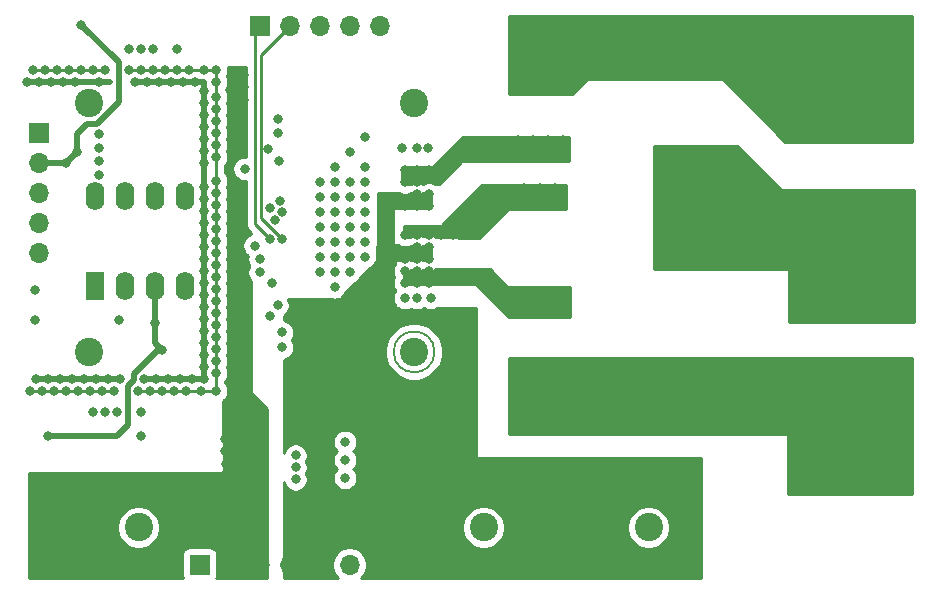
<source format=gbr>
%TF.GenerationSoftware,KiCad,Pcbnew,(5.1.9)-1*%
%TF.CreationDate,2021-11-30T23:52:57-06:00*%
%TF.ProjectId,Discrete_Channel,44697363-7265-4746-955f-4368616e6e65,rev?*%
%TF.SameCoordinates,Original*%
%TF.FileFunction,Copper,L2,Inr*%
%TF.FilePolarity,Positive*%
%FSLAX46Y46*%
G04 Gerber Fmt 4.6, Leading zero omitted, Abs format (unit mm)*
G04 Created by KiCad (PCBNEW (5.1.9)-1) date 2021-11-30 23:52:57*
%MOMM*%
%LPD*%
G01*
G04 APERTURE LIST*
%TA.AperFunction,NonConductor*%
%ADD10C,0.150000*%
%TD*%
%TA.AperFunction,ComponentPad*%
%ADD11C,2.400000*%
%TD*%
%TA.AperFunction,ComponentPad*%
%ADD12R,2.400000X2.400000*%
%TD*%
%TA.AperFunction,ComponentPad*%
%ADD13R,1.700000X1.700000*%
%TD*%
%TA.AperFunction,ComponentPad*%
%ADD14O,1.700000X1.700000*%
%TD*%
%TA.AperFunction,ComponentPad*%
%ADD15R,1.600000X2.400000*%
%TD*%
%TA.AperFunction,ComponentPad*%
%ADD16O,1.600000X2.400000*%
%TD*%
%TA.AperFunction,ComponentPad*%
%ADD17C,10.160000*%
%TD*%
%TA.AperFunction,ViaPad*%
%ADD18C,0.800000*%
%TD*%
%TA.AperFunction,Conductor*%
%ADD19C,0.250000*%
%TD*%
%TA.AperFunction,Conductor*%
%ADD20C,0.500000*%
%TD*%
%TA.AperFunction,Conductor*%
%ADD21C,0.254000*%
%TD*%
%TA.AperFunction,Conductor*%
%ADD22C,0.100000*%
%TD*%
G04 APERTURE END LIST*
D10*
X148666387Y-92710000D02*
G75*
G03*
X148666387Y-92710000I-1727387J0D01*
G01*
D11*
%TO.N,/FB_B*%
%TO.C,C21*%
X119439000Y-71628000D03*
%TO.N,Net-(C21-Pad1)*%
X146939000Y-71628000D03*
%TD*%
%TO.N,Net-(C20-Pad1)*%
%TO.C,C20*%
X146939000Y-92710000D03*
%TO.N,/FB_A*%
X119439000Y-92710000D03*
%TD*%
D12*
%TO.N,/PVDD*%
%TO.C,C1*%
X147828000Y-107569000D03*
D11*
%TO.N,GND*%
X152828000Y-107569000D03*
%TD*%
%TO.N,GND*%
%TO.C,C2*%
X166798000Y-107569000D03*
D12*
%TO.N,/PVDD*%
X161798000Y-107569000D03*
%TD*%
%TO.N,/+12V*%
%TO.C,C17*%
X118618000Y-107569000D03*
D11*
%TO.N,GND*%
X123618000Y-107569000D03*
%TD*%
D13*
%TO.N,/OSC_IOM*%
%TO.C,J1*%
X133858000Y-65151000D03*
D14*
%TO.N,/OSC_IOP*%
X136398000Y-65151000D03*
%TO.N,/~RESET*%
X138938000Y-65151000D03*
%TO.N,/~FAULT*%
X141478000Y-65151000D03*
%TO.N,/~ERROR*%
X144018000Y-65151000D03*
%TD*%
%TO.N,/IN_A*%
%TO.C,J3*%
X115189000Y-84328000D03*
%TO.N,/IN_B*%
X115189000Y-81788000D03*
%TO.N,VEE*%
X115189000Y-79248000D03*
%TO.N,GNDA*%
X115189000Y-76708000D03*
D13*
%TO.N,VCC*%
X115189000Y-74168000D03*
%TD*%
%TO.N,GND*%
%TO.C,J2*%
X128778000Y-110744000D03*
D14*
%TO.N,/+12V*%
X131318000Y-110744000D03*
X133858000Y-110744000D03*
%TO.N,/PVDD*%
X136398000Y-110744000D03*
X138938000Y-110744000D03*
%TO.N,GND*%
X141478000Y-110744000D03*
%TD*%
D15*
%TO.N,/FB_A*%
%TO.C,U2*%
X119888000Y-87122000D03*
D16*
%TO.N,GNDA*%
X127508000Y-79502000D03*
%TO.N,Net-(C19-Pad1)*%
X122428000Y-87122000D03*
%TO.N,Net-(C18-Pad1)*%
X124968000Y-79502000D03*
%TO.N,GNDA*%
X124968000Y-87122000D03*
%TO.N,/FB_B*%
X122428000Y-79502000D03*
%TO.N,VEE*%
X127508000Y-87122000D03*
%TO.N,VCC*%
X119888000Y-79502000D03*
%TD*%
D17*
%TO.N,/SPEAKER+*%
%TO.C,J4*%
X183769000Y-69723000D03*
%TO.N,/SPEAKER-*%
X183769000Y-99693000D03*
%TO.N,GND*%
X183769000Y-84713000D03*
%TD*%
D18*
%TO.N,*%
X114427000Y-96012000D03*
X115443000Y-96012000D03*
X116459000Y-96012000D03*
X117475000Y-96012000D03*
X118491000Y-96012000D03*
X119507000Y-96012000D03*
X120523000Y-96012000D03*
X121539000Y-96012000D03*
X123571000Y-96012000D03*
X124587000Y-96012000D03*
X125603000Y-96012000D03*
X126619000Y-96012000D03*
X127635000Y-96012000D03*
X128905000Y-96012000D03*
X130175000Y-96012000D03*
X130175000Y-94488000D03*
X130175000Y-93472000D03*
X130175000Y-92456000D03*
X130175000Y-90424000D03*
X130175000Y-91440000D03*
X130175000Y-89408000D03*
X130175000Y-88392000D03*
X130175000Y-87376000D03*
X130175000Y-86360000D03*
X130175000Y-85344000D03*
X130175000Y-84328000D03*
X130175000Y-83312000D03*
X130175000Y-82296000D03*
X130175000Y-81280000D03*
X130175000Y-80264000D03*
X130175000Y-79248000D03*
X130175000Y-78232000D03*
X130175000Y-76200000D03*
X130175000Y-75184000D03*
X130175000Y-74168000D03*
X130175000Y-73152000D03*
X130175000Y-72136000D03*
X130175000Y-71120000D03*
X130175000Y-69850000D03*
X129159000Y-68834000D03*
X127889000Y-68834000D03*
X126873000Y-68834000D03*
X125857000Y-68834000D03*
X124841000Y-68834000D03*
X123825000Y-68834000D03*
X122809000Y-68834000D03*
X119761000Y-68834000D03*
X118745000Y-68834000D03*
X117729000Y-68834000D03*
X116713000Y-68834000D03*
X115697000Y-68834000D03*
X114681000Y-68834000D03*
X130175000Y-68834000D03*
X120777000Y-68834000D03*
%TO.N,Net-(C6-Pad2)*%
X136908000Y-101473000D03*
X136908000Y-103505000D03*
%TO.N,/OUT_B*%
X156210000Y-78867000D03*
%TO.N,/PVDD*%
X144526000Y-80264000D03*
%TO.N,GND*%
X138938000Y-82169000D03*
%TO.N,/PVDD*%
X148209000Y-79375000D03*
X147193000Y-80391000D03*
X148209000Y-80391000D03*
X146177000Y-80391000D03*
X147193000Y-79375000D03*
X148209000Y-84836000D03*
X146177000Y-84836000D03*
X148209000Y-83820000D03*
X147193000Y-84836000D03*
X147193000Y-83820000D03*
%TO.N,GND*%
X140208000Y-77089000D03*
X141478000Y-75819000D03*
X142748000Y-74549000D03*
X140208000Y-87249000D03*
X142748000Y-77089000D03*
X142748000Y-79629000D03*
X142748000Y-82169000D03*
X142748000Y-84709000D03*
X140208000Y-84709000D03*
X140208000Y-82169000D03*
X140208000Y-79629000D03*
X141478000Y-78359000D03*
X141478000Y-80899000D03*
X141478000Y-83439000D03*
X141478000Y-85979000D03*
X138938000Y-85979000D03*
X138938000Y-83439000D03*
X138938000Y-80899000D03*
X138938000Y-78359000D03*
X167894000Y-85217000D03*
X171958000Y-83693000D03*
X169926000Y-85217000D03*
X169926000Y-83693000D03*
X171958000Y-85217000D03*
X172974000Y-84455000D03*
X173990000Y-83693000D03*
X173990000Y-85217000D03*
X168910000Y-84455000D03*
X167894000Y-83693000D03*
X170942000Y-84455000D03*
X167894000Y-75819000D03*
X169926000Y-75819000D03*
X171958000Y-75819000D03*
X173990000Y-75819000D03*
X171958000Y-77343000D03*
X169926000Y-77343000D03*
X172974000Y-76581000D03*
X170942000Y-76581000D03*
X168910000Y-76581000D03*
X167894000Y-77343000D03*
X173990000Y-77343000D03*
X140208000Y-80899000D03*
X138938000Y-79629000D03*
X141478000Y-79629000D03*
X140208000Y-78359000D03*
X142748000Y-78359000D03*
X142748000Y-80899000D03*
X141478000Y-82169000D03*
X140208000Y-83439000D03*
X142748000Y-83439000D03*
X138938000Y-84709000D03*
X141478000Y-84709000D03*
X140208000Y-85979000D03*
X132588000Y-77216000D03*
%TO.N,Net-(C6-Pad2)*%
X135763000Y-91059000D03*
X135763000Y-92329000D03*
X136908000Y-102487000D03*
%TO.N,Net-(C8-Pad2)*%
X135382000Y-74168000D03*
X135382000Y-73025000D03*
%TO.N,Net-(C9-Pad1)*%
X135572500Y-79946500D03*
X134747000Y-80518000D03*
%TO.N,VCC*%
X120269000Y-77724000D03*
X120269000Y-76581000D03*
X120269000Y-75438000D03*
X120269000Y-74295000D03*
%TO.N,Net-(C14-Pad2)*%
X141097000Y-101854000D03*
X141097000Y-100330000D03*
X141097000Y-103378000D03*
X135382000Y-88773000D03*
X134756524Y-89671524D03*
%TO.N,Net-(C15-Pad2)*%
X135483600Y-76581000D03*
X134610000Y-75565000D03*
%TO.N,Net-(C16-Pad2)*%
X135763000Y-80899000D03*
X135128000Y-81534000D03*
%TO.N,/+12V*%
X130937000Y-101092000D03*
X130937000Y-100076000D03*
X131953000Y-100076000D03*
X131953000Y-101092000D03*
X131953000Y-102108000D03*
X132524500Y-70294500D03*
X132524500Y-69278500D03*
X132524500Y-71374000D03*
X131762500Y-69786500D03*
X131762500Y-70866000D03*
X130937000Y-103124000D03*
X130937000Y-104140000D03*
X131953000Y-104140000D03*
X131953000Y-103124000D03*
X131002000Y-102173000D03*
%TO.N,/FB_A*%
X122809000Y-67077500D03*
X124857000Y-67056000D03*
X123825000Y-67056000D03*
%TO.N,/FB_B*%
X121809000Y-97790000D03*
X120777000Y-97790000D03*
X119761000Y-97768500D03*
%TO.N,Net-(C19-Pad1)*%
X121941500Y-90043000D03*
X114824000Y-90043000D03*
X114824000Y-87503000D03*
%TO.N,Net-(C20-Pad1)*%
X134874279Y-86869957D03*
%TO.N,Net-(C21-Pad1)*%
X133858000Y-85979000D03*
%TO.N,/OUT_A*%
X158877000Y-88519000D03*
X157607000Y-88519000D03*
X156337000Y-88519000D03*
X155702000Y-87757000D03*
X159512000Y-87757000D03*
X158242000Y-87757000D03*
X156972000Y-87757000D03*
X148209000Y-86868000D03*
X155702000Y-89281000D03*
X146177000Y-86868000D03*
X156972000Y-89281000D03*
X159512000Y-89281000D03*
X147193000Y-85852000D03*
X146177000Y-85852000D03*
X147193000Y-86868000D03*
X148209000Y-85852000D03*
X158242000Y-89281000D03*
%TO.N,/OUT_B*%
X150241000Y-82804000D03*
X158877000Y-78867000D03*
X156083000Y-80391000D03*
X157607000Y-80391000D03*
X159004000Y-80391000D03*
X157607000Y-78867000D03*
X159512000Y-79629000D03*
X158242000Y-79629000D03*
X156845000Y-79629000D03*
X155448000Y-79629000D03*
X147193000Y-82804000D03*
X148209000Y-82804000D03*
X149225000Y-82804000D03*
X146177000Y-82804000D03*
%TO.N,Net-(C23-Pad1)*%
X148336000Y-88138000D03*
X147193000Y-88138000D03*
X146177000Y-88138000D03*
%TO.N,Net-(C25-Pad1)*%
X145923000Y-75428500D03*
X147193000Y-75428500D03*
X148082000Y-75428500D03*
%TO.N,/OUT_D*%
X159004000Y-75565000D03*
X157734000Y-75565000D03*
X156464000Y-75565000D03*
X147193000Y-78359000D03*
X146177000Y-78359000D03*
X156972000Y-74803000D03*
X158242000Y-74803000D03*
X159512000Y-74803000D03*
X156972000Y-76327000D03*
X158242000Y-76327000D03*
X159512000Y-76327000D03*
X155702000Y-74803000D03*
X155702000Y-76327000D03*
X148209000Y-77343000D03*
X147193000Y-77343000D03*
X146177000Y-77343000D03*
%TO.N,/SPEAKER+*%
X168910000Y-65151000D03*
X172720000Y-66675000D03*
X170180000Y-65151000D03*
X171450000Y-65151000D03*
X170180000Y-66675000D03*
X172720000Y-65151000D03*
X171450000Y-66675000D03*
X168910000Y-66675000D03*
X172212000Y-65913000D03*
X169672000Y-65913000D03*
X170942000Y-65913000D03*
X159512000Y-70231000D03*
X156972000Y-68707000D03*
X158242000Y-68707000D03*
X156972000Y-70231000D03*
X159512000Y-68707000D03*
X158242000Y-70231000D03*
X155702000Y-70231000D03*
X159004000Y-69469000D03*
X156464000Y-69469000D03*
X157734000Y-69469000D03*
X126857000Y-67056000D03*
%TO.N,/SPEAKER-*%
X168910000Y-94361000D03*
X172720000Y-95885000D03*
X170180000Y-94361000D03*
X171450000Y-94361000D03*
X170180000Y-95885000D03*
X172720000Y-94361000D03*
X171450000Y-95885000D03*
X168910000Y-95885000D03*
X172212000Y-95123000D03*
X169672000Y-95123000D03*
X170942000Y-95123000D03*
X155702000Y-93853000D03*
X159512000Y-95377000D03*
X158242000Y-93853000D03*
X156972000Y-95377000D03*
X159512000Y-93853000D03*
X158242000Y-95377000D03*
X159004000Y-94615000D03*
X156464000Y-94615000D03*
X157734000Y-94615000D03*
X123809000Y-97790000D03*
X123846500Y-99822000D03*
%TO.N,/OSC_IOP*%
X135763000Y-83185000D03*
%TO.N,/OSC_IOM*%
X134747000Y-83185000D03*
%TO.N,GNDA*%
X114173000Y-69850000D03*
X115189000Y-69850000D03*
X116205000Y-69850000D03*
X117221000Y-69850000D03*
X118237000Y-69850000D03*
X120269000Y-69850000D03*
X123317000Y-69850000D03*
X124333000Y-69850000D03*
X125349000Y-69850000D03*
X126365000Y-69850000D03*
X127381000Y-69850000D03*
X128397000Y-69850000D03*
X129159000Y-70612000D03*
X129159000Y-71628000D03*
X129159000Y-72644000D03*
X129159000Y-73660000D03*
X129159000Y-74676000D03*
X129159000Y-75692000D03*
X129159000Y-78740000D03*
X129159000Y-79756000D03*
X129159000Y-80772000D03*
X129159000Y-81788000D03*
X129159000Y-82804000D03*
X129159000Y-83820000D03*
X129159000Y-84836000D03*
X129159000Y-85852000D03*
X129159000Y-86868000D03*
X129159000Y-87884000D03*
X129159000Y-88900000D03*
X129159000Y-89916000D03*
X129159000Y-90932000D03*
X129159000Y-91948000D03*
X129159000Y-92964000D03*
X129159000Y-93980000D03*
X129159000Y-94996000D03*
X128143000Y-94996000D03*
X127127000Y-94996000D03*
X126111000Y-94996000D03*
X125095000Y-94996000D03*
X124079000Y-94996000D03*
X122047000Y-94996000D03*
X121031000Y-94996000D03*
X120015000Y-94996000D03*
X118999000Y-94996000D03*
X117983000Y-94996000D03*
X116967000Y-94996000D03*
X115951000Y-94996000D03*
X114935000Y-94996000D03*
X129159000Y-76708000D03*
X115951000Y-99822000D03*
X118745000Y-65024000D03*
X118364000Y-75780500D03*
X117436500Y-76708000D03*
X125581500Y-92583000D03*
X124968000Y-90297000D03*
%TO.N,Net-(R4-Pad2)*%
X133858000Y-84836000D03*
%TO.N,Net-(JP1-Pad2)*%
X133447000Y-83723000D03*
%TD*%
D19*
%TO.N,*%
X120777000Y-68834000D02*
X114681000Y-68834000D01*
X130175000Y-68834000D02*
X130175000Y-96012000D01*
X130175000Y-96012000D02*
X123571000Y-96012000D01*
X121539000Y-96012000D02*
X114427000Y-96012000D01*
X130175000Y-68834000D02*
X122809000Y-68834000D01*
%TO.N,/OUT_A*%
X159512000Y-87757000D02*
X159512000Y-89027000D01*
X159258000Y-89281000D02*
X155702000Y-89281000D01*
X159512000Y-89027000D02*
X159258000Y-89281000D01*
X159512000Y-87757000D02*
X155702000Y-87757000D01*
X155702000Y-87757000D02*
X155702000Y-89281000D01*
%TO.N,/OUT_D*%
X159512000Y-76327000D02*
X159512000Y-74803000D01*
X159512000Y-74803000D02*
X155702000Y-74803000D01*
X155702000Y-76327000D02*
X159512000Y-76327000D01*
X155702000Y-76327000D02*
X155702000Y-74803000D01*
%TO.N,/OSC_IOP*%
X135763000Y-83185000D02*
X133985000Y-81407000D01*
X133985000Y-67564000D02*
X133985000Y-67818000D01*
X136398000Y-65151000D02*
X133985000Y-67564000D01*
X133985000Y-81407000D02*
X133985000Y-67818000D01*
%TO.N,/OSC_IOM*%
X134747000Y-83185000D02*
X133477000Y-81915000D01*
X133477000Y-65532000D02*
X133858000Y-65151000D01*
X133477000Y-81915000D02*
X133477000Y-65532000D01*
%TO.N,GNDA*%
X129159000Y-69850000D02*
X129159000Y-76708000D01*
X129159000Y-76708000D02*
X129159000Y-78740000D01*
D20*
X118364000Y-74295000D02*
X118364000Y-75780500D01*
X119214001Y-73444999D02*
X118364000Y-74295000D01*
X120064003Y-73444999D02*
X119214001Y-73444999D01*
X121920000Y-71589002D02*
X120064003Y-73444999D01*
X121920000Y-68199000D02*
X121920000Y-71589002D01*
X118745000Y-65024000D02*
X121920000Y-68199000D01*
X118364000Y-75780500D02*
X117436500Y-76708000D01*
X117436500Y-76708000D02*
X115189000Y-76708000D01*
X115951000Y-99822000D02*
X121793000Y-99822000D01*
X121793000Y-99822000D02*
X122682000Y-98933000D01*
X125233998Y-92583000D02*
X125581500Y-92583000D01*
X123228999Y-94587999D02*
X125233998Y-92583000D01*
X123228999Y-95072003D02*
X123228999Y-94587999D01*
X122682000Y-95619002D02*
X123228999Y-95072003D01*
X122682000Y-98933000D02*
X122682000Y-95619002D01*
X125581500Y-92583000D02*
X125581500Y-92561500D01*
X124968000Y-91969500D02*
X125581500Y-92583000D01*
X124968000Y-90297000D02*
X124968000Y-91969500D01*
X124968000Y-90297000D02*
X124968000Y-87122000D01*
X129159000Y-79756000D02*
X129159000Y-94996000D01*
X123317000Y-69850000D02*
X129159000Y-69850000D01*
X129159000Y-75819000D02*
X129159000Y-79756000D01*
X129159000Y-69850000D02*
X129159000Y-75819000D01*
X114173000Y-69850000D02*
X121158000Y-69850000D01*
X124079000Y-94996000D02*
X129159000Y-94996000D01*
X122047000Y-94996000D02*
X114935000Y-94996000D01*
%TD*%
D21*
%TO.N,/OUT_B*%
X159766000Y-80645000D02*
X154940000Y-80645000D01*
X154915224Y-80647440D01*
X154891399Y-80654667D01*
X154869443Y-80666403D01*
X154850197Y-80682197D01*
X152475410Y-83056984D01*
X148824953Y-82986783D01*
X148699256Y-82902795D01*
X148510898Y-82824774D01*
X148310939Y-82785000D01*
X148107061Y-82785000D01*
X147907102Y-82824774D01*
X147718744Y-82902795D01*
X147701000Y-82914651D01*
X147683256Y-82902795D01*
X147494898Y-82824774D01*
X147294939Y-82785000D01*
X147091061Y-82785000D01*
X146891102Y-82824774D01*
X146702744Y-82902795D01*
X146639934Y-82944763D01*
X146050000Y-82933418D01*
X146050000Y-82042000D01*
X149225000Y-82042000D01*
X149249776Y-82039560D01*
X149273601Y-82032333D01*
X149295557Y-82020597D01*
X149314803Y-82004803D01*
X152706606Y-78613000D01*
X159766000Y-78613000D01*
X159766000Y-80645000D01*
%TA.AperFunction,Conductor*%
D22*
G36*
X159766000Y-80645000D02*
G01*
X154940000Y-80645000D01*
X154915224Y-80647440D01*
X154891399Y-80654667D01*
X154869443Y-80666403D01*
X154850197Y-80682197D01*
X152475410Y-83056984D01*
X148824953Y-82986783D01*
X148699256Y-82902795D01*
X148510898Y-82824774D01*
X148310939Y-82785000D01*
X148107061Y-82785000D01*
X147907102Y-82824774D01*
X147718744Y-82902795D01*
X147701000Y-82914651D01*
X147683256Y-82902795D01*
X147494898Y-82824774D01*
X147294939Y-82785000D01*
X147091061Y-82785000D01*
X146891102Y-82824774D01*
X146702744Y-82902795D01*
X146639934Y-82944763D01*
X146050000Y-82933418D01*
X146050000Y-82042000D01*
X149225000Y-82042000D01*
X149249776Y-82039560D01*
X149273601Y-82032333D01*
X149295557Y-82020597D01*
X149314803Y-82004803D01*
X152706606Y-78613000D01*
X159766000Y-78613000D01*
X159766000Y-80645000D01*
G37*
%TD.AperFunction*%
%TD*%
D21*
%TO.N,/OUT_A*%
X154850197Y-87211803D02*
X154869443Y-87227597D01*
X154891399Y-87239333D01*
X154915224Y-87246560D01*
X154940000Y-87249000D01*
X160147000Y-87249000D01*
X160147000Y-89789000D01*
X154992606Y-89789000D01*
X152235803Y-87032197D01*
X152216557Y-87016403D01*
X152194601Y-87004667D01*
X152170776Y-86997440D01*
X152146000Y-86995000D01*
X146050000Y-86995000D01*
X146050000Y-85866015D01*
X146075061Y-85871000D01*
X146278939Y-85871000D01*
X146478898Y-85831226D01*
X146667256Y-85753205D01*
X146685000Y-85741349D01*
X146702744Y-85753205D01*
X146891102Y-85831226D01*
X147091061Y-85871000D01*
X147294939Y-85871000D01*
X147494898Y-85831226D01*
X147683256Y-85753205D01*
X147701000Y-85741349D01*
X147718744Y-85753205D01*
X147907102Y-85831226D01*
X148107061Y-85871000D01*
X148310939Y-85871000D01*
X148510898Y-85831226D01*
X148699256Y-85753205D01*
X148741468Y-85725000D01*
X153363394Y-85725000D01*
X154850197Y-87211803D01*
%TA.AperFunction,Conductor*%
D22*
G36*
X154850197Y-87211803D02*
G01*
X154869443Y-87227597D01*
X154891399Y-87239333D01*
X154915224Y-87246560D01*
X154940000Y-87249000D01*
X160147000Y-87249000D01*
X160147000Y-89789000D01*
X154992606Y-89789000D01*
X152235803Y-87032197D01*
X152216557Y-87016403D01*
X152194601Y-87004667D01*
X152170776Y-86997440D01*
X152146000Y-86995000D01*
X146050000Y-86995000D01*
X146050000Y-85866015D01*
X146075061Y-85871000D01*
X146278939Y-85871000D01*
X146478898Y-85831226D01*
X146667256Y-85753205D01*
X146685000Y-85741349D01*
X146702744Y-85753205D01*
X146891102Y-85831226D01*
X147091061Y-85871000D01*
X147294939Y-85871000D01*
X147494898Y-85831226D01*
X147683256Y-85753205D01*
X147701000Y-85741349D01*
X147718744Y-85753205D01*
X147907102Y-85831226D01*
X148107061Y-85871000D01*
X148310939Y-85871000D01*
X148510898Y-85831226D01*
X148699256Y-85753205D01*
X148741468Y-85725000D01*
X153363394Y-85725000D01*
X154850197Y-87211803D01*
G37*
%TD.AperFunction*%
%TD*%
D21*
%TO.N,/+12V*%
X132717000Y-76186383D02*
X132689939Y-76181000D01*
X132486061Y-76181000D01*
X132286102Y-76220774D01*
X132097744Y-76298795D01*
X131928226Y-76412063D01*
X131784063Y-76556226D01*
X131670795Y-76725744D01*
X131592774Y-76914102D01*
X131553000Y-77114061D01*
X131553000Y-77317939D01*
X131592774Y-77517898D01*
X131670795Y-77706256D01*
X131784063Y-77875774D01*
X131928226Y-78019937D01*
X132097744Y-78133205D01*
X132286102Y-78211226D01*
X132486061Y-78251000D01*
X132689939Y-78251000D01*
X132717000Y-78245617D01*
X132717000Y-81877678D01*
X132713324Y-81915000D01*
X132717000Y-81952322D01*
X132717000Y-81952332D01*
X132727997Y-82063985D01*
X132768408Y-82197205D01*
X132771454Y-82207246D01*
X132842026Y-82339276D01*
X132876320Y-82381063D01*
X132936999Y-82455001D01*
X132966003Y-82478804D01*
X133096000Y-82608801D01*
X133096000Y-82748113D01*
X132956744Y-82805795D01*
X132787226Y-82919063D01*
X132643063Y-83063226D01*
X132529795Y-83232744D01*
X132451774Y-83421102D01*
X132412000Y-83621061D01*
X132412000Y-83824939D01*
X132451774Y-84024898D01*
X132529795Y-84213256D01*
X132643063Y-84382774D01*
X132787226Y-84526937D01*
X132855169Y-84572335D01*
X132823000Y-84734061D01*
X132823000Y-84937939D01*
X132862774Y-85137898D01*
X132940795Y-85326256D01*
X132995080Y-85407500D01*
X132940795Y-85488744D01*
X132862774Y-85677102D01*
X132823000Y-85877061D01*
X132823000Y-86080939D01*
X132862774Y-86280898D01*
X132940795Y-86469256D01*
X133054063Y-86638774D01*
X133096000Y-86680711D01*
X133096000Y-96139000D01*
X133098440Y-96163776D01*
X133105667Y-96187601D01*
X133117403Y-96209557D01*
X133133197Y-96228803D01*
X134493000Y-97588606D01*
X134493000Y-111887000D01*
X130191407Y-111887000D01*
X130217502Y-111838180D01*
X130253812Y-111718482D01*
X130266072Y-111594000D01*
X130266072Y-109894000D01*
X130253812Y-109769518D01*
X130217502Y-109649820D01*
X130158537Y-109539506D01*
X130079185Y-109442815D01*
X129982494Y-109363463D01*
X129872180Y-109304498D01*
X129752482Y-109268188D01*
X129628000Y-109255928D01*
X127928000Y-109255928D01*
X127803518Y-109268188D01*
X127683820Y-109304498D01*
X127573506Y-109363463D01*
X127476815Y-109442815D01*
X127397463Y-109539506D01*
X127338498Y-109649820D01*
X127302188Y-109769518D01*
X127289928Y-109894000D01*
X127289928Y-111594000D01*
X127302188Y-111718482D01*
X127338498Y-111838180D01*
X127364593Y-111887000D01*
X114325000Y-111887000D01*
X114325000Y-107388268D01*
X121783000Y-107388268D01*
X121783000Y-107749732D01*
X121853518Y-108104250D01*
X121991844Y-108438199D01*
X122192662Y-108738744D01*
X122448256Y-108994338D01*
X122748801Y-109195156D01*
X123082750Y-109333482D01*
X123437268Y-109404000D01*
X123798732Y-109404000D01*
X124153250Y-109333482D01*
X124487199Y-109195156D01*
X124787744Y-108994338D01*
X125043338Y-108738744D01*
X125244156Y-108438199D01*
X125382482Y-108104250D01*
X125453000Y-107749732D01*
X125453000Y-107388268D01*
X125382482Y-107033750D01*
X125244156Y-106699801D01*
X125043338Y-106399256D01*
X124787744Y-106143662D01*
X124487199Y-105942844D01*
X124153250Y-105804518D01*
X123798732Y-105734000D01*
X123437268Y-105734000D01*
X123082750Y-105804518D01*
X122748801Y-105942844D01*
X122448256Y-106143662D01*
X122192662Y-106399256D01*
X121991844Y-106699801D01*
X121853518Y-107033750D01*
X121783000Y-107388268D01*
X114325000Y-107388268D01*
X114325000Y-102997000D01*
X130683000Y-102997000D01*
X130707776Y-102994560D01*
X130731601Y-102987333D01*
X130753557Y-102975597D01*
X130772803Y-102959803D01*
X130788597Y-102940557D01*
X130800333Y-102918601D01*
X130807560Y-102894776D01*
X130809999Y-102869531D01*
X130787777Y-96847339D01*
X130834774Y-96815937D01*
X130978937Y-96671774D01*
X131092205Y-96502256D01*
X131170226Y-96313898D01*
X131210000Y-96113939D01*
X131210000Y-95910061D01*
X131170226Y-95710102D01*
X131092205Y-95521744D01*
X130978937Y-95352226D01*
X130935000Y-95308289D01*
X130935000Y-95191711D01*
X130978937Y-95147774D01*
X131092205Y-94978256D01*
X131170226Y-94789898D01*
X131210000Y-94589939D01*
X131210000Y-94386061D01*
X131170226Y-94186102D01*
X131092205Y-93997744D01*
X131080349Y-93980000D01*
X131092205Y-93962256D01*
X131170226Y-93773898D01*
X131210000Y-93573939D01*
X131210000Y-93370061D01*
X131170226Y-93170102D01*
X131092205Y-92981744D01*
X131080349Y-92964000D01*
X131092205Y-92946256D01*
X131170226Y-92757898D01*
X131210000Y-92557939D01*
X131210000Y-92354061D01*
X131170226Y-92154102D01*
X131092205Y-91965744D01*
X131080349Y-91948000D01*
X131092205Y-91930256D01*
X131170226Y-91741898D01*
X131210000Y-91541939D01*
X131210000Y-91338061D01*
X131170226Y-91138102D01*
X131092205Y-90949744D01*
X131080349Y-90932000D01*
X131092205Y-90914256D01*
X131170226Y-90725898D01*
X131210000Y-90525939D01*
X131210000Y-90322061D01*
X131170226Y-90122102D01*
X131092205Y-89933744D01*
X131080349Y-89916000D01*
X131092205Y-89898256D01*
X131170226Y-89709898D01*
X131210000Y-89509939D01*
X131210000Y-89306061D01*
X131170226Y-89106102D01*
X131092205Y-88917744D01*
X131080349Y-88900000D01*
X131092205Y-88882256D01*
X131170226Y-88693898D01*
X131210000Y-88493939D01*
X131210000Y-88290061D01*
X131170226Y-88090102D01*
X131092205Y-87901744D01*
X131080349Y-87884000D01*
X131092205Y-87866256D01*
X131170226Y-87677898D01*
X131210000Y-87477939D01*
X131210000Y-87274061D01*
X131170226Y-87074102D01*
X131092205Y-86885744D01*
X131080349Y-86868000D01*
X131092205Y-86850256D01*
X131170226Y-86661898D01*
X131210000Y-86461939D01*
X131210000Y-86258061D01*
X131170226Y-86058102D01*
X131092205Y-85869744D01*
X131080349Y-85852000D01*
X131092205Y-85834256D01*
X131170226Y-85645898D01*
X131210000Y-85445939D01*
X131210000Y-85242061D01*
X131170226Y-85042102D01*
X131092205Y-84853744D01*
X131080349Y-84836000D01*
X131092205Y-84818256D01*
X131170226Y-84629898D01*
X131210000Y-84429939D01*
X131210000Y-84226061D01*
X131170226Y-84026102D01*
X131092205Y-83837744D01*
X131080349Y-83820000D01*
X131092205Y-83802256D01*
X131170226Y-83613898D01*
X131210000Y-83413939D01*
X131210000Y-83210061D01*
X131170226Y-83010102D01*
X131092205Y-82821744D01*
X131080349Y-82804000D01*
X131092205Y-82786256D01*
X131170226Y-82597898D01*
X131210000Y-82397939D01*
X131210000Y-82194061D01*
X131170226Y-81994102D01*
X131092205Y-81805744D01*
X131080349Y-81788000D01*
X131092205Y-81770256D01*
X131170226Y-81581898D01*
X131210000Y-81381939D01*
X131210000Y-81178061D01*
X131170226Y-80978102D01*
X131092205Y-80789744D01*
X131080349Y-80772000D01*
X131092205Y-80754256D01*
X131170226Y-80565898D01*
X131210000Y-80365939D01*
X131210000Y-80162061D01*
X131170226Y-79962102D01*
X131092205Y-79773744D01*
X131080349Y-79756000D01*
X131092205Y-79738256D01*
X131170226Y-79549898D01*
X131210000Y-79349939D01*
X131210000Y-79146061D01*
X131170226Y-78946102D01*
X131092205Y-78757744D01*
X131080349Y-78740000D01*
X131092205Y-78722256D01*
X131170226Y-78533898D01*
X131210000Y-78333939D01*
X131210000Y-78130061D01*
X131170226Y-77930102D01*
X131092205Y-77741744D01*
X130978937Y-77572226D01*
X130935000Y-77528289D01*
X130935000Y-76903711D01*
X130978937Y-76859774D01*
X131092205Y-76690256D01*
X131170226Y-76501898D01*
X131210000Y-76301939D01*
X131210000Y-76098061D01*
X131170226Y-75898102D01*
X131092205Y-75709744D01*
X131080349Y-75692000D01*
X131092205Y-75674256D01*
X131170226Y-75485898D01*
X131210000Y-75285939D01*
X131210000Y-75082061D01*
X131170226Y-74882102D01*
X131092205Y-74693744D01*
X131080349Y-74676000D01*
X131092205Y-74658256D01*
X131170226Y-74469898D01*
X131210000Y-74269939D01*
X131210000Y-74066061D01*
X131170226Y-73866102D01*
X131092205Y-73677744D01*
X131080349Y-73660000D01*
X131092205Y-73642256D01*
X131170226Y-73453898D01*
X131210000Y-73253939D01*
X131210000Y-73050061D01*
X131170226Y-72850102D01*
X131092205Y-72661744D01*
X131080349Y-72644000D01*
X131092205Y-72626256D01*
X131170226Y-72437898D01*
X131210000Y-72237939D01*
X131210000Y-72034061D01*
X131170226Y-71834102D01*
X131092205Y-71645744D01*
X131080349Y-71628000D01*
X131092205Y-71610256D01*
X131170226Y-71421898D01*
X131210000Y-71221939D01*
X131210000Y-71018061D01*
X131170226Y-70818102D01*
X131092205Y-70629744D01*
X130995490Y-70485000D01*
X131092205Y-70340256D01*
X131170226Y-70151898D01*
X131210000Y-69951939D01*
X131210000Y-69748061D01*
X131170226Y-69548102D01*
X131092205Y-69359744D01*
X131080349Y-69342000D01*
X131092205Y-69324256D01*
X131170226Y-69135898D01*
X131210000Y-68935939D01*
X131210000Y-68732061D01*
X131179753Y-68580000D01*
X132717001Y-68580000D01*
X132717000Y-76186383D01*
%TA.AperFunction,Conductor*%
D22*
G36*
X132717000Y-76186383D02*
G01*
X132689939Y-76181000D01*
X132486061Y-76181000D01*
X132286102Y-76220774D01*
X132097744Y-76298795D01*
X131928226Y-76412063D01*
X131784063Y-76556226D01*
X131670795Y-76725744D01*
X131592774Y-76914102D01*
X131553000Y-77114061D01*
X131553000Y-77317939D01*
X131592774Y-77517898D01*
X131670795Y-77706256D01*
X131784063Y-77875774D01*
X131928226Y-78019937D01*
X132097744Y-78133205D01*
X132286102Y-78211226D01*
X132486061Y-78251000D01*
X132689939Y-78251000D01*
X132717000Y-78245617D01*
X132717000Y-81877678D01*
X132713324Y-81915000D01*
X132717000Y-81952322D01*
X132717000Y-81952332D01*
X132727997Y-82063985D01*
X132768408Y-82197205D01*
X132771454Y-82207246D01*
X132842026Y-82339276D01*
X132876320Y-82381063D01*
X132936999Y-82455001D01*
X132966003Y-82478804D01*
X133096000Y-82608801D01*
X133096000Y-82748113D01*
X132956744Y-82805795D01*
X132787226Y-82919063D01*
X132643063Y-83063226D01*
X132529795Y-83232744D01*
X132451774Y-83421102D01*
X132412000Y-83621061D01*
X132412000Y-83824939D01*
X132451774Y-84024898D01*
X132529795Y-84213256D01*
X132643063Y-84382774D01*
X132787226Y-84526937D01*
X132855169Y-84572335D01*
X132823000Y-84734061D01*
X132823000Y-84937939D01*
X132862774Y-85137898D01*
X132940795Y-85326256D01*
X132995080Y-85407500D01*
X132940795Y-85488744D01*
X132862774Y-85677102D01*
X132823000Y-85877061D01*
X132823000Y-86080939D01*
X132862774Y-86280898D01*
X132940795Y-86469256D01*
X133054063Y-86638774D01*
X133096000Y-86680711D01*
X133096000Y-96139000D01*
X133098440Y-96163776D01*
X133105667Y-96187601D01*
X133117403Y-96209557D01*
X133133197Y-96228803D01*
X134493000Y-97588606D01*
X134493000Y-111887000D01*
X130191407Y-111887000D01*
X130217502Y-111838180D01*
X130253812Y-111718482D01*
X130266072Y-111594000D01*
X130266072Y-109894000D01*
X130253812Y-109769518D01*
X130217502Y-109649820D01*
X130158537Y-109539506D01*
X130079185Y-109442815D01*
X129982494Y-109363463D01*
X129872180Y-109304498D01*
X129752482Y-109268188D01*
X129628000Y-109255928D01*
X127928000Y-109255928D01*
X127803518Y-109268188D01*
X127683820Y-109304498D01*
X127573506Y-109363463D01*
X127476815Y-109442815D01*
X127397463Y-109539506D01*
X127338498Y-109649820D01*
X127302188Y-109769518D01*
X127289928Y-109894000D01*
X127289928Y-111594000D01*
X127302188Y-111718482D01*
X127338498Y-111838180D01*
X127364593Y-111887000D01*
X114325000Y-111887000D01*
X114325000Y-107388268D01*
X121783000Y-107388268D01*
X121783000Y-107749732D01*
X121853518Y-108104250D01*
X121991844Y-108438199D01*
X122192662Y-108738744D01*
X122448256Y-108994338D01*
X122748801Y-109195156D01*
X123082750Y-109333482D01*
X123437268Y-109404000D01*
X123798732Y-109404000D01*
X124153250Y-109333482D01*
X124487199Y-109195156D01*
X124787744Y-108994338D01*
X125043338Y-108738744D01*
X125244156Y-108438199D01*
X125382482Y-108104250D01*
X125453000Y-107749732D01*
X125453000Y-107388268D01*
X125382482Y-107033750D01*
X125244156Y-106699801D01*
X125043338Y-106399256D01*
X124787744Y-106143662D01*
X124487199Y-105942844D01*
X124153250Y-105804518D01*
X123798732Y-105734000D01*
X123437268Y-105734000D01*
X123082750Y-105804518D01*
X122748801Y-105942844D01*
X122448256Y-106143662D01*
X122192662Y-106399256D01*
X121991844Y-106699801D01*
X121853518Y-107033750D01*
X121783000Y-107388268D01*
X114325000Y-107388268D01*
X114325000Y-102997000D01*
X130683000Y-102997000D01*
X130707776Y-102994560D01*
X130731601Y-102987333D01*
X130753557Y-102975597D01*
X130772803Y-102959803D01*
X130788597Y-102940557D01*
X130800333Y-102918601D01*
X130807560Y-102894776D01*
X130809999Y-102869531D01*
X130787777Y-96847339D01*
X130834774Y-96815937D01*
X130978937Y-96671774D01*
X131092205Y-96502256D01*
X131170226Y-96313898D01*
X131210000Y-96113939D01*
X131210000Y-95910061D01*
X131170226Y-95710102D01*
X131092205Y-95521744D01*
X130978937Y-95352226D01*
X130935000Y-95308289D01*
X130935000Y-95191711D01*
X130978937Y-95147774D01*
X131092205Y-94978256D01*
X131170226Y-94789898D01*
X131210000Y-94589939D01*
X131210000Y-94386061D01*
X131170226Y-94186102D01*
X131092205Y-93997744D01*
X131080349Y-93980000D01*
X131092205Y-93962256D01*
X131170226Y-93773898D01*
X131210000Y-93573939D01*
X131210000Y-93370061D01*
X131170226Y-93170102D01*
X131092205Y-92981744D01*
X131080349Y-92964000D01*
X131092205Y-92946256D01*
X131170226Y-92757898D01*
X131210000Y-92557939D01*
X131210000Y-92354061D01*
X131170226Y-92154102D01*
X131092205Y-91965744D01*
X131080349Y-91948000D01*
X131092205Y-91930256D01*
X131170226Y-91741898D01*
X131210000Y-91541939D01*
X131210000Y-91338061D01*
X131170226Y-91138102D01*
X131092205Y-90949744D01*
X131080349Y-90932000D01*
X131092205Y-90914256D01*
X131170226Y-90725898D01*
X131210000Y-90525939D01*
X131210000Y-90322061D01*
X131170226Y-90122102D01*
X131092205Y-89933744D01*
X131080349Y-89916000D01*
X131092205Y-89898256D01*
X131170226Y-89709898D01*
X131210000Y-89509939D01*
X131210000Y-89306061D01*
X131170226Y-89106102D01*
X131092205Y-88917744D01*
X131080349Y-88900000D01*
X131092205Y-88882256D01*
X131170226Y-88693898D01*
X131210000Y-88493939D01*
X131210000Y-88290061D01*
X131170226Y-88090102D01*
X131092205Y-87901744D01*
X131080349Y-87884000D01*
X131092205Y-87866256D01*
X131170226Y-87677898D01*
X131210000Y-87477939D01*
X131210000Y-87274061D01*
X131170226Y-87074102D01*
X131092205Y-86885744D01*
X131080349Y-86868000D01*
X131092205Y-86850256D01*
X131170226Y-86661898D01*
X131210000Y-86461939D01*
X131210000Y-86258061D01*
X131170226Y-86058102D01*
X131092205Y-85869744D01*
X131080349Y-85852000D01*
X131092205Y-85834256D01*
X131170226Y-85645898D01*
X131210000Y-85445939D01*
X131210000Y-85242061D01*
X131170226Y-85042102D01*
X131092205Y-84853744D01*
X131080349Y-84836000D01*
X131092205Y-84818256D01*
X131170226Y-84629898D01*
X131210000Y-84429939D01*
X131210000Y-84226061D01*
X131170226Y-84026102D01*
X131092205Y-83837744D01*
X131080349Y-83820000D01*
X131092205Y-83802256D01*
X131170226Y-83613898D01*
X131210000Y-83413939D01*
X131210000Y-83210061D01*
X131170226Y-83010102D01*
X131092205Y-82821744D01*
X131080349Y-82804000D01*
X131092205Y-82786256D01*
X131170226Y-82597898D01*
X131210000Y-82397939D01*
X131210000Y-82194061D01*
X131170226Y-81994102D01*
X131092205Y-81805744D01*
X131080349Y-81788000D01*
X131092205Y-81770256D01*
X131170226Y-81581898D01*
X131210000Y-81381939D01*
X131210000Y-81178061D01*
X131170226Y-80978102D01*
X131092205Y-80789744D01*
X131080349Y-80772000D01*
X131092205Y-80754256D01*
X131170226Y-80565898D01*
X131210000Y-80365939D01*
X131210000Y-80162061D01*
X131170226Y-79962102D01*
X131092205Y-79773744D01*
X131080349Y-79756000D01*
X131092205Y-79738256D01*
X131170226Y-79549898D01*
X131210000Y-79349939D01*
X131210000Y-79146061D01*
X131170226Y-78946102D01*
X131092205Y-78757744D01*
X131080349Y-78740000D01*
X131092205Y-78722256D01*
X131170226Y-78533898D01*
X131210000Y-78333939D01*
X131210000Y-78130061D01*
X131170226Y-77930102D01*
X131092205Y-77741744D01*
X130978937Y-77572226D01*
X130935000Y-77528289D01*
X130935000Y-76903711D01*
X130978937Y-76859774D01*
X131092205Y-76690256D01*
X131170226Y-76501898D01*
X131210000Y-76301939D01*
X131210000Y-76098061D01*
X131170226Y-75898102D01*
X131092205Y-75709744D01*
X131080349Y-75692000D01*
X131092205Y-75674256D01*
X131170226Y-75485898D01*
X131210000Y-75285939D01*
X131210000Y-75082061D01*
X131170226Y-74882102D01*
X131092205Y-74693744D01*
X131080349Y-74676000D01*
X131092205Y-74658256D01*
X131170226Y-74469898D01*
X131210000Y-74269939D01*
X131210000Y-74066061D01*
X131170226Y-73866102D01*
X131092205Y-73677744D01*
X131080349Y-73660000D01*
X131092205Y-73642256D01*
X131170226Y-73453898D01*
X131210000Y-73253939D01*
X131210000Y-73050061D01*
X131170226Y-72850102D01*
X131092205Y-72661744D01*
X131080349Y-72644000D01*
X131092205Y-72626256D01*
X131170226Y-72437898D01*
X131210000Y-72237939D01*
X131210000Y-72034061D01*
X131170226Y-71834102D01*
X131092205Y-71645744D01*
X131080349Y-71628000D01*
X131092205Y-71610256D01*
X131170226Y-71421898D01*
X131210000Y-71221939D01*
X131210000Y-71018061D01*
X131170226Y-70818102D01*
X131092205Y-70629744D01*
X130995490Y-70485000D01*
X131092205Y-70340256D01*
X131170226Y-70151898D01*
X131210000Y-69951939D01*
X131210000Y-69748061D01*
X131170226Y-69548102D01*
X131092205Y-69359744D01*
X131080349Y-69342000D01*
X131092205Y-69324256D01*
X131170226Y-69135898D01*
X131210000Y-68935939D01*
X131210000Y-68732061D01*
X131179753Y-68580000D01*
X132717001Y-68580000D01*
X132717000Y-76186383D01*
G37*
%TD.AperFunction*%
%TD*%
D21*
%TO.N,/SPEAKER+*%
X189103000Y-74930000D02*
X178360606Y-74930000D01*
X173063803Y-69633197D01*
X173044557Y-69617403D01*
X173022601Y-69605667D01*
X172998776Y-69598440D01*
X172974000Y-69596000D01*
X161671000Y-69596000D01*
X161646224Y-69598440D01*
X161622399Y-69605667D01*
X161600443Y-69617403D01*
X161581197Y-69633197D01*
X160348394Y-70866000D01*
X154940000Y-70866000D01*
X154940000Y-64262000D01*
X189103000Y-64262000D01*
X189103000Y-74930000D01*
%TA.AperFunction,Conductor*%
D22*
G36*
X189103000Y-74930000D02*
G01*
X178360606Y-74930000D01*
X173063803Y-69633197D01*
X173044557Y-69617403D01*
X173022601Y-69605667D01*
X172998776Y-69598440D01*
X172974000Y-69596000D01*
X161671000Y-69596000D01*
X161646224Y-69598440D01*
X161622399Y-69605667D01*
X161600443Y-69617403D01*
X161581197Y-69633197D01*
X160348394Y-70866000D01*
X154940000Y-70866000D01*
X154940000Y-64262000D01*
X189103000Y-64262000D01*
X189103000Y-74930000D01*
G37*
%TD.AperFunction*%
%TD*%
D21*
%TO.N,/SPEAKER-*%
X189103000Y-104775000D02*
X178562000Y-104775000D01*
X178562000Y-99822000D01*
X178559560Y-99797224D01*
X178552333Y-99773399D01*
X178540597Y-99751443D01*
X178524803Y-99732197D01*
X178505557Y-99716403D01*
X178483601Y-99704667D01*
X178459776Y-99697440D01*
X178435000Y-99695000D01*
X154940000Y-99695000D01*
X154940000Y-93218000D01*
X189103000Y-93218000D01*
X189103000Y-104775000D01*
%TA.AperFunction,Conductor*%
D22*
G36*
X189103000Y-104775000D02*
G01*
X178562000Y-104775000D01*
X178562000Y-99822000D01*
X178559560Y-99797224D01*
X178552333Y-99773399D01*
X178540597Y-99751443D01*
X178524803Y-99732197D01*
X178505557Y-99716403D01*
X178483601Y-99704667D01*
X178459776Y-99697440D01*
X178435000Y-99695000D01*
X154940000Y-99695000D01*
X154940000Y-93218000D01*
X189103000Y-93218000D01*
X189103000Y-104775000D01*
G37*
%TD.AperFunction*%
%TD*%
D21*
%TO.N,GND*%
X177964197Y-78956803D02*
X177983443Y-78972597D01*
X178005399Y-78984333D01*
X178029224Y-78991560D01*
X178054000Y-78994000D01*
X189230000Y-78994000D01*
X189230000Y-90170000D01*
X178689000Y-90170000D01*
X178689000Y-85852000D01*
X178686560Y-85827224D01*
X178679333Y-85803399D01*
X178667597Y-85781443D01*
X178651803Y-85762197D01*
X178632557Y-85746403D01*
X178610601Y-85734667D01*
X178586776Y-85727440D01*
X178562000Y-85725000D01*
X167259000Y-85725000D01*
X167259000Y-75311000D01*
X174318394Y-75311000D01*
X177964197Y-78956803D01*
%TA.AperFunction,Conductor*%
D22*
G36*
X177964197Y-78956803D02*
G01*
X177983443Y-78972597D01*
X178005399Y-78984333D01*
X178029224Y-78991560D01*
X178054000Y-78994000D01*
X189230000Y-78994000D01*
X189230000Y-90170000D01*
X178689000Y-90170000D01*
X178689000Y-85852000D01*
X178686560Y-85827224D01*
X178679333Y-85803399D01*
X178667597Y-85781443D01*
X178651803Y-85762197D01*
X178632557Y-85746403D01*
X178610601Y-85734667D01*
X178586776Y-85727440D01*
X178562000Y-85725000D01*
X167259000Y-85725000D01*
X167259000Y-75311000D01*
X174318394Y-75311000D01*
X177964197Y-78956803D01*
G37*
%TD.AperFunction*%
%TD*%
D21*
%TO.N,/OUT_D*%
X160020000Y-76581000D02*
X151003000Y-76581000D01*
X150978224Y-76583440D01*
X150954399Y-76590667D01*
X150932443Y-76602403D01*
X150913197Y-76618197D01*
X149045394Y-78486000D01*
X148741468Y-78486000D01*
X148699256Y-78457795D01*
X148510898Y-78379774D01*
X148310939Y-78340000D01*
X148107061Y-78340000D01*
X147907102Y-78379774D01*
X147718744Y-78457795D01*
X147701000Y-78469651D01*
X147683256Y-78457795D01*
X147494898Y-78379774D01*
X147294939Y-78340000D01*
X147091061Y-78340000D01*
X146891102Y-78379774D01*
X146702744Y-78457795D01*
X146660532Y-78486000D01*
X145923000Y-78486000D01*
X145923000Y-77089000D01*
X148463000Y-77089000D01*
X148487776Y-77086560D01*
X148511601Y-77079333D01*
X148533557Y-77067597D01*
X148552803Y-77051803D01*
X151055606Y-74549000D01*
X160020000Y-74549000D01*
X160020000Y-76581000D01*
%TA.AperFunction,Conductor*%
D22*
G36*
X160020000Y-76581000D02*
G01*
X151003000Y-76581000D01*
X150978224Y-76583440D01*
X150954399Y-76590667D01*
X150932443Y-76602403D01*
X150913197Y-76618197D01*
X149045394Y-78486000D01*
X148741468Y-78486000D01*
X148699256Y-78457795D01*
X148510898Y-78379774D01*
X148310939Y-78340000D01*
X148107061Y-78340000D01*
X147907102Y-78379774D01*
X147718744Y-78457795D01*
X147701000Y-78469651D01*
X147683256Y-78457795D01*
X147494898Y-78379774D01*
X147294939Y-78340000D01*
X147091061Y-78340000D01*
X146891102Y-78379774D01*
X146702744Y-78457795D01*
X146660532Y-78486000D01*
X145923000Y-78486000D01*
X145923000Y-77089000D01*
X148463000Y-77089000D01*
X148487776Y-77086560D01*
X148511601Y-77079333D01*
X148533557Y-77067597D01*
X148552803Y-77051803D01*
X151055606Y-74549000D01*
X160020000Y-74549000D01*
X160020000Y-76581000D01*
G37*
%TD.AperFunction*%
%TD*%
D21*
%TO.N,/PVDD*%
X145686744Y-79276205D02*
X145875102Y-79354226D01*
X146075061Y-79394000D01*
X146278939Y-79394000D01*
X146478898Y-79354226D01*
X146667256Y-79276205D01*
X146685000Y-79264349D01*
X146702744Y-79276205D01*
X146891102Y-79354226D01*
X147091061Y-79394000D01*
X147294939Y-79394000D01*
X147494898Y-79354226D01*
X147683256Y-79276205D01*
X147725468Y-79248000D01*
X148336000Y-79248000D01*
X148336000Y-80518000D01*
X145288000Y-80518000D01*
X145263224Y-80520440D01*
X145239399Y-80527667D01*
X145217443Y-80539403D01*
X145198197Y-80555197D01*
X145182403Y-80574443D01*
X145170667Y-80596399D01*
X145163440Y-80620224D01*
X145161000Y-80645000D01*
X145161000Y-82606541D01*
X145142000Y-82702061D01*
X145142000Y-82905939D01*
X145161000Y-83001459D01*
X145161000Y-83566000D01*
X145163440Y-83590776D01*
X145170667Y-83614601D01*
X145182403Y-83636557D01*
X145198197Y-83655803D01*
X145217443Y-83671597D01*
X145239399Y-83683333D01*
X145263224Y-83690560D01*
X145288000Y-83693000D01*
X145644532Y-83693000D01*
X145686744Y-83721205D01*
X145875102Y-83799226D01*
X146075061Y-83839000D01*
X146278939Y-83839000D01*
X146478898Y-83799226D01*
X146667256Y-83721205D01*
X146685000Y-83709349D01*
X146702744Y-83721205D01*
X146891102Y-83799226D01*
X147091061Y-83839000D01*
X147294939Y-83839000D01*
X147494898Y-83799226D01*
X147683256Y-83721205D01*
X147701000Y-83709349D01*
X147718744Y-83721205D01*
X147907102Y-83799226D01*
X148107061Y-83839000D01*
X148310939Y-83839000D01*
X148336000Y-83834015D01*
X148336000Y-84821985D01*
X148310939Y-84817000D01*
X148107061Y-84817000D01*
X147907102Y-84856774D01*
X147718744Y-84934795D01*
X147701000Y-84946651D01*
X147683256Y-84934795D01*
X147494898Y-84856774D01*
X147294939Y-84817000D01*
X147091061Y-84817000D01*
X146891102Y-84856774D01*
X146702744Y-84934795D01*
X146685000Y-84946651D01*
X146667256Y-84934795D01*
X146478898Y-84856774D01*
X146278939Y-84817000D01*
X146075061Y-84817000D01*
X145875102Y-84856774D01*
X145686744Y-84934795D01*
X145644532Y-84963000D01*
X145415000Y-84963000D01*
X145390224Y-84965440D01*
X145366399Y-84972667D01*
X145344443Y-84984403D01*
X145325197Y-85000197D01*
X145309403Y-85019443D01*
X145297667Y-85041399D01*
X145290440Y-85065224D01*
X145288000Y-85090000D01*
X145288000Y-85319532D01*
X145259795Y-85361744D01*
X145181774Y-85550102D01*
X145142000Y-85750061D01*
X145142000Y-85953939D01*
X145181774Y-86153898D01*
X145259795Y-86342256D01*
X145271651Y-86360000D01*
X145259795Y-86377744D01*
X145181774Y-86566102D01*
X145142000Y-86766061D01*
X145142000Y-86969939D01*
X145181774Y-87169898D01*
X145259795Y-87358256D01*
X145288000Y-87400468D01*
X145288000Y-87605532D01*
X145259795Y-87647744D01*
X145181774Y-87836102D01*
X145142000Y-88036061D01*
X145142000Y-88239939D01*
X145181774Y-88439898D01*
X145259795Y-88628256D01*
X145288000Y-88670468D01*
X145288000Y-88900000D01*
X145290440Y-88924776D01*
X145297667Y-88948601D01*
X145309403Y-88970557D01*
X145325197Y-88989803D01*
X145344443Y-89005597D01*
X145366399Y-89017333D01*
X145390224Y-89024560D01*
X145415000Y-89027000D01*
X145644532Y-89027000D01*
X145686744Y-89055205D01*
X145875102Y-89133226D01*
X146075061Y-89173000D01*
X146278939Y-89173000D01*
X146478898Y-89133226D01*
X146667256Y-89055205D01*
X146685000Y-89043349D01*
X146702744Y-89055205D01*
X146891102Y-89133226D01*
X147091061Y-89173000D01*
X147294939Y-89173000D01*
X147494898Y-89133226D01*
X147683256Y-89055205D01*
X147725468Y-89027000D01*
X147803532Y-89027000D01*
X147845744Y-89055205D01*
X148034102Y-89133226D01*
X148234061Y-89173000D01*
X148437939Y-89173000D01*
X148637898Y-89133226D01*
X148826256Y-89055205D01*
X148868468Y-89027000D01*
X152146000Y-89027000D01*
X152146000Y-101600000D01*
X152148440Y-101624776D01*
X152155667Y-101648601D01*
X152167403Y-101670557D01*
X152183197Y-101689803D01*
X152202443Y-101705597D01*
X152224399Y-101717333D01*
X152248224Y-101724560D01*
X152273000Y-101727000D01*
X171196000Y-101727000D01*
X171196000Y-111887000D01*
X142435107Y-111887000D01*
X142631475Y-111690632D01*
X142793990Y-111447411D01*
X142905932Y-111177158D01*
X142963000Y-110890260D01*
X142963000Y-110597740D01*
X142905932Y-110310842D01*
X142793990Y-110040589D01*
X142631475Y-109797368D01*
X142424632Y-109590525D01*
X142181411Y-109428010D01*
X141911158Y-109316068D01*
X141624260Y-109259000D01*
X141331740Y-109259000D01*
X141044842Y-109316068D01*
X140774589Y-109428010D01*
X140531368Y-109590525D01*
X140324525Y-109797368D01*
X140162010Y-110040589D01*
X140050068Y-110310842D01*
X139993000Y-110597740D01*
X139993000Y-110890260D01*
X140050068Y-111177158D01*
X140162010Y-111447411D01*
X140324525Y-111690632D01*
X140520893Y-111887000D01*
X135890000Y-111887000D01*
X135890000Y-107388268D01*
X150993000Y-107388268D01*
X150993000Y-107749732D01*
X151063518Y-108104250D01*
X151201844Y-108438199D01*
X151402662Y-108738744D01*
X151658256Y-108994338D01*
X151958801Y-109195156D01*
X152292750Y-109333482D01*
X152647268Y-109404000D01*
X153008732Y-109404000D01*
X153363250Y-109333482D01*
X153697199Y-109195156D01*
X153997744Y-108994338D01*
X154253338Y-108738744D01*
X154454156Y-108438199D01*
X154592482Y-108104250D01*
X154663000Y-107749732D01*
X154663000Y-107388268D01*
X164963000Y-107388268D01*
X164963000Y-107749732D01*
X165033518Y-108104250D01*
X165171844Y-108438199D01*
X165372662Y-108738744D01*
X165628256Y-108994338D01*
X165928801Y-109195156D01*
X166262750Y-109333482D01*
X166617268Y-109404000D01*
X166978732Y-109404000D01*
X167333250Y-109333482D01*
X167667199Y-109195156D01*
X167967744Y-108994338D01*
X168223338Y-108738744D01*
X168424156Y-108438199D01*
X168562482Y-108104250D01*
X168633000Y-107749732D01*
X168633000Y-107388268D01*
X168562482Y-107033750D01*
X168424156Y-106699801D01*
X168223338Y-106399256D01*
X167967744Y-106143662D01*
X167667199Y-105942844D01*
X167333250Y-105804518D01*
X166978732Y-105734000D01*
X166617268Y-105734000D01*
X166262750Y-105804518D01*
X165928801Y-105942844D01*
X165628256Y-106143662D01*
X165372662Y-106399256D01*
X165171844Y-106699801D01*
X165033518Y-107033750D01*
X164963000Y-107388268D01*
X154663000Y-107388268D01*
X154592482Y-107033750D01*
X154454156Y-106699801D01*
X154253338Y-106399256D01*
X153997744Y-106143662D01*
X153697199Y-105942844D01*
X153363250Y-105804518D01*
X153008732Y-105734000D01*
X152647268Y-105734000D01*
X152292750Y-105804518D01*
X151958801Y-105942844D01*
X151658256Y-106143662D01*
X151402662Y-106399256D01*
X151201844Y-106699801D01*
X151063518Y-107033750D01*
X150993000Y-107388268D01*
X135890000Y-107388268D01*
X135890000Y-104775000D01*
X143637000Y-104775000D01*
X143661776Y-104772560D01*
X143685601Y-104765333D01*
X143707557Y-104753597D01*
X143726803Y-104737803D01*
X143742597Y-104718557D01*
X143754333Y-104696601D01*
X143761560Y-104672776D01*
X143764000Y-104648000D01*
X143764000Y-92469134D01*
X144493446Y-92469134D01*
X144493446Y-92950866D01*
X144587427Y-93423342D01*
X144771778Y-93868404D01*
X145039414Y-94268950D01*
X145380050Y-94609586D01*
X145780596Y-94877222D01*
X146225658Y-95061573D01*
X146698134Y-95155554D01*
X147179866Y-95155554D01*
X147652342Y-95061573D01*
X148097404Y-94877222D01*
X148497950Y-94609586D01*
X148838586Y-94268950D01*
X149106222Y-93868404D01*
X149290573Y-93423342D01*
X149384554Y-92950866D01*
X149384554Y-92469134D01*
X149290573Y-91996658D01*
X149106222Y-91551596D01*
X148838586Y-91151050D01*
X148497950Y-90810414D01*
X148097404Y-90542778D01*
X147652342Y-90358427D01*
X147179866Y-90264446D01*
X146698134Y-90264446D01*
X146225658Y-90358427D01*
X145780596Y-90542778D01*
X145380050Y-90810414D01*
X145039414Y-91151050D01*
X144771778Y-91551596D01*
X144587427Y-91996658D01*
X144493446Y-92469134D01*
X143764000Y-92469134D01*
X143764000Y-89662783D01*
X143889479Y-79248000D01*
X145644532Y-79248000D01*
X145686744Y-79276205D01*
%TA.AperFunction,Conductor*%
D22*
G36*
X145686744Y-79276205D02*
G01*
X145875102Y-79354226D01*
X146075061Y-79394000D01*
X146278939Y-79394000D01*
X146478898Y-79354226D01*
X146667256Y-79276205D01*
X146685000Y-79264349D01*
X146702744Y-79276205D01*
X146891102Y-79354226D01*
X147091061Y-79394000D01*
X147294939Y-79394000D01*
X147494898Y-79354226D01*
X147683256Y-79276205D01*
X147725468Y-79248000D01*
X148336000Y-79248000D01*
X148336000Y-80518000D01*
X145288000Y-80518000D01*
X145263224Y-80520440D01*
X145239399Y-80527667D01*
X145217443Y-80539403D01*
X145198197Y-80555197D01*
X145182403Y-80574443D01*
X145170667Y-80596399D01*
X145163440Y-80620224D01*
X145161000Y-80645000D01*
X145161000Y-82606541D01*
X145142000Y-82702061D01*
X145142000Y-82905939D01*
X145161000Y-83001459D01*
X145161000Y-83566000D01*
X145163440Y-83590776D01*
X145170667Y-83614601D01*
X145182403Y-83636557D01*
X145198197Y-83655803D01*
X145217443Y-83671597D01*
X145239399Y-83683333D01*
X145263224Y-83690560D01*
X145288000Y-83693000D01*
X145644532Y-83693000D01*
X145686744Y-83721205D01*
X145875102Y-83799226D01*
X146075061Y-83839000D01*
X146278939Y-83839000D01*
X146478898Y-83799226D01*
X146667256Y-83721205D01*
X146685000Y-83709349D01*
X146702744Y-83721205D01*
X146891102Y-83799226D01*
X147091061Y-83839000D01*
X147294939Y-83839000D01*
X147494898Y-83799226D01*
X147683256Y-83721205D01*
X147701000Y-83709349D01*
X147718744Y-83721205D01*
X147907102Y-83799226D01*
X148107061Y-83839000D01*
X148310939Y-83839000D01*
X148336000Y-83834015D01*
X148336000Y-84821985D01*
X148310939Y-84817000D01*
X148107061Y-84817000D01*
X147907102Y-84856774D01*
X147718744Y-84934795D01*
X147701000Y-84946651D01*
X147683256Y-84934795D01*
X147494898Y-84856774D01*
X147294939Y-84817000D01*
X147091061Y-84817000D01*
X146891102Y-84856774D01*
X146702744Y-84934795D01*
X146685000Y-84946651D01*
X146667256Y-84934795D01*
X146478898Y-84856774D01*
X146278939Y-84817000D01*
X146075061Y-84817000D01*
X145875102Y-84856774D01*
X145686744Y-84934795D01*
X145644532Y-84963000D01*
X145415000Y-84963000D01*
X145390224Y-84965440D01*
X145366399Y-84972667D01*
X145344443Y-84984403D01*
X145325197Y-85000197D01*
X145309403Y-85019443D01*
X145297667Y-85041399D01*
X145290440Y-85065224D01*
X145288000Y-85090000D01*
X145288000Y-85319532D01*
X145259795Y-85361744D01*
X145181774Y-85550102D01*
X145142000Y-85750061D01*
X145142000Y-85953939D01*
X145181774Y-86153898D01*
X145259795Y-86342256D01*
X145271651Y-86360000D01*
X145259795Y-86377744D01*
X145181774Y-86566102D01*
X145142000Y-86766061D01*
X145142000Y-86969939D01*
X145181774Y-87169898D01*
X145259795Y-87358256D01*
X145288000Y-87400468D01*
X145288000Y-87605532D01*
X145259795Y-87647744D01*
X145181774Y-87836102D01*
X145142000Y-88036061D01*
X145142000Y-88239939D01*
X145181774Y-88439898D01*
X145259795Y-88628256D01*
X145288000Y-88670468D01*
X145288000Y-88900000D01*
X145290440Y-88924776D01*
X145297667Y-88948601D01*
X145309403Y-88970557D01*
X145325197Y-88989803D01*
X145344443Y-89005597D01*
X145366399Y-89017333D01*
X145390224Y-89024560D01*
X145415000Y-89027000D01*
X145644532Y-89027000D01*
X145686744Y-89055205D01*
X145875102Y-89133226D01*
X146075061Y-89173000D01*
X146278939Y-89173000D01*
X146478898Y-89133226D01*
X146667256Y-89055205D01*
X146685000Y-89043349D01*
X146702744Y-89055205D01*
X146891102Y-89133226D01*
X147091061Y-89173000D01*
X147294939Y-89173000D01*
X147494898Y-89133226D01*
X147683256Y-89055205D01*
X147725468Y-89027000D01*
X147803532Y-89027000D01*
X147845744Y-89055205D01*
X148034102Y-89133226D01*
X148234061Y-89173000D01*
X148437939Y-89173000D01*
X148637898Y-89133226D01*
X148826256Y-89055205D01*
X148868468Y-89027000D01*
X152146000Y-89027000D01*
X152146000Y-101600000D01*
X152148440Y-101624776D01*
X152155667Y-101648601D01*
X152167403Y-101670557D01*
X152183197Y-101689803D01*
X152202443Y-101705597D01*
X152224399Y-101717333D01*
X152248224Y-101724560D01*
X152273000Y-101727000D01*
X171196000Y-101727000D01*
X171196000Y-111887000D01*
X142435107Y-111887000D01*
X142631475Y-111690632D01*
X142793990Y-111447411D01*
X142905932Y-111177158D01*
X142963000Y-110890260D01*
X142963000Y-110597740D01*
X142905932Y-110310842D01*
X142793990Y-110040589D01*
X142631475Y-109797368D01*
X142424632Y-109590525D01*
X142181411Y-109428010D01*
X141911158Y-109316068D01*
X141624260Y-109259000D01*
X141331740Y-109259000D01*
X141044842Y-109316068D01*
X140774589Y-109428010D01*
X140531368Y-109590525D01*
X140324525Y-109797368D01*
X140162010Y-110040589D01*
X140050068Y-110310842D01*
X139993000Y-110597740D01*
X139993000Y-110890260D01*
X140050068Y-111177158D01*
X140162010Y-111447411D01*
X140324525Y-111690632D01*
X140520893Y-111887000D01*
X135890000Y-111887000D01*
X135890000Y-107388268D01*
X150993000Y-107388268D01*
X150993000Y-107749732D01*
X151063518Y-108104250D01*
X151201844Y-108438199D01*
X151402662Y-108738744D01*
X151658256Y-108994338D01*
X151958801Y-109195156D01*
X152292750Y-109333482D01*
X152647268Y-109404000D01*
X153008732Y-109404000D01*
X153363250Y-109333482D01*
X153697199Y-109195156D01*
X153997744Y-108994338D01*
X154253338Y-108738744D01*
X154454156Y-108438199D01*
X154592482Y-108104250D01*
X154663000Y-107749732D01*
X154663000Y-107388268D01*
X164963000Y-107388268D01*
X164963000Y-107749732D01*
X165033518Y-108104250D01*
X165171844Y-108438199D01*
X165372662Y-108738744D01*
X165628256Y-108994338D01*
X165928801Y-109195156D01*
X166262750Y-109333482D01*
X166617268Y-109404000D01*
X166978732Y-109404000D01*
X167333250Y-109333482D01*
X167667199Y-109195156D01*
X167967744Y-108994338D01*
X168223338Y-108738744D01*
X168424156Y-108438199D01*
X168562482Y-108104250D01*
X168633000Y-107749732D01*
X168633000Y-107388268D01*
X168562482Y-107033750D01*
X168424156Y-106699801D01*
X168223338Y-106399256D01*
X167967744Y-106143662D01*
X167667199Y-105942844D01*
X167333250Y-105804518D01*
X166978732Y-105734000D01*
X166617268Y-105734000D01*
X166262750Y-105804518D01*
X165928801Y-105942844D01*
X165628256Y-106143662D01*
X165372662Y-106399256D01*
X165171844Y-106699801D01*
X165033518Y-107033750D01*
X164963000Y-107388268D01*
X154663000Y-107388268D01*
X154592482Y-107033750D01*
X154454156Y-106699801D01*
X154253338Y-106399256D01*
X153997744Y-106143662D01*
X153697199Y-105942844D01*
X153363250Y-105804518D01*
X153008732Y-105734000D01*
X152647268Y-105734000D01*
X152292750Y-105804518D01*
X151958801Y-105942844D01*
X151658256Y-106143662D01*
X151402662Y-106399256D01*
X151201844Y-106699801D01*
X151063518Y-107033750D01*
X150993000Y-107388268D01*
X135890000Y-107388268D01*
X135890000Y-104775000D01*
X143637000Y-104775000D01*
X143661776Y-104772560D01*
X143685601Y-104765333D01*
X143707557Y-104753597D01*
X143726803Y-104737803D01*
X143742597Y-104718557D01*
X143754333Y-104696601D01*
X143761560Y-104672776D01*
X143764000Y-104648000D01*
X143764000Y-92469134D01*
X144493446Y-92469134D01*
X144493446Y-92950866D01*
X144587427Y-93423342D01*
X144771778Y-93868404D01*
X145039414Y-94268950D01*
X145380050Y-94609586D01*
X145780596Y-94877222D01*
X146225658Y-95061573D01*
X146698134Y-95155554D01*
X147179866Y-95155554D01*
X147652342Y-95061573D01*
X148097404Y-94877222D01*
X148497950Y-94609586D01*
X148838586Y-94268950D01*
X149106222Y-93868404D01*
X149290573Y-93423342D01*
X149384554Y-92950866D01*
X149384554Y-92469134D01*
X149290573Y-91996658D01*
X149106222Y-91551596D01*
X148838586Y-91151050D01*
X148497950Y-90810414D01*
X148097404Y-90542778D01*
X147652342Y-90358427D01*
X147179866Y-90264446D01*
X146698134Y-90264446D01*
X146225658Y-90358427D01*
X145780596Y-90542778D01*
X145380050Y-90810414D01*
X145039414Y-91151050D01*
X144771778Y-91551596D01*
X144587427Y-91996658D01*
X144493446Y-92469134D01*
X143764000Y-92469134D01*
X143764000Y-89662783D01*
X143889479Y-79248000D01*
X145644532Y-79248000D01*
X145686744Y-79276205D01*
G37*
%TD.AperFunction*%
%TD*%
D21*
%TO.N,/PVDD*%
X143764000Y-88138000D02*
X140740468Y-88138000D01*
X140867774Y-88052937D01*
X141011937Y-87908774D01*
X141125205Y-87739256D01*
X141185207Y-87594399D01*
X141823399Y-86956207D01*
X141968256Y-86896205D01*
X142137774Y-86782937D01*
X142281937Y-86638774D01*
X142395205Y-86469256D01*
X142455207Y-86324399D01*
X143093399Y-85686207D01*
X143238256Y-85626205D01*
X143407774Y-85512937D01*
X143551937Y-85368774D01*
X143665205Y-85199256D01*
X143725207Y-85054399D01*
X143764000Y-85015606D01*
X143764000Y-88138000D01*
%TA.AperFunction,Conductor*%
D22*
G36*
X143764000Y-88138000D02*
G01*
X140740468Y-88138000D01*
X140867774Y-88052937D01*
X141011937Y-87908774D01*
X141125205Y-87739256D01*
X141185207Y-87594399D01*
X141823399Y-86956207D01*
X141968256Y-86896205D01*
X142137774Y-86782937D01*
X142281937Y-86638774D01*
X142395205Y-86469256D01*
X142455207Y-86324399D01*
X143093399Y-85686207D01*
X143238256Y-85626205D01*
X143407774Y-85512937D01*
X143551937Y-85368774D01*
X143665205Y-85199256D01*
X143725207Y-85054399D01*
X143764000Y-85015606D01*
X143764000Y-88138000D01*
G37*
%TD.AperFunction*%
%TD*%
D21*
%TO.N,/PVDD*%
X145686744Y-79276205D02*
X145875102Y-79354226D01*
X146075061Y-79394000D01*
X146278939Y-79394000D01*
X146478898Y-79354226D01*
X146667256Y-79276205D01*
X146685000Y-79264349D01*
X146702744Y-79276205D01*
X146891102Y-79354226D01*
X147091061Y-79394000D01*
X147294939Y-79394000D01*
X147494898Y-79354226D01*
X147683256Y-79276205D01*
X147725468Y-79248000D01*
X148336000Y-79248000D01*
X148336000Y-80518000D01*
X145288000Y-80518000D01*
X145263224Y-80520440D01*
X145239399Y-80527667D01*
X145217443Y-80539403D01*
X145198197Y-80555197D01*
X145182403Y-80574443D01*
X145170667Y-80596399D01*
X145163440Y-80620224D01*
X145161000Y-80645000D01*
X145161000Y-82606541D01*
X145142000Y-82702061D01*
X145142000Y-82905939D01*
X145161000Y-83001459D01*
X145161000Y-83566000D01*
X145163440Y-83590776D01*
X145170667Y-83614601D01*
X145182403Y-83636557D01*
X145198197Y-83655803D01*
X145217443Y-83671597D01*
X145239399Y-83683333D01*
X145263224Y-83690560D01*
X145288000Y-83693000D01*
X145644532Y-83693000D01*
X145686744Y-83721205D01*
X145875102Y-83799226D01*
X146075061Y-83839000D01*
X146278939Y-83839000D01*
X146478898Y-83799226D01*
X146667256Y-83721205D01*
X146685000Y-83709349D01*
X146702744Y-83721205D01*
X146891102Y-83799226D01*
X147091061Y-83839000D01*
X147294939Y-83839000D01*
X147494898Y-83799226D01*
X147683256Y-83721205D01*
X147701000Y-83709349D01*
X147718744Y-83721205D01*
X147907102Y-83799226D01*
X148107061Y-83839000D01*
X148310939Y-83839000D01*
X148336000Y-83834015D01*
X148336000Y-84821985D01*
X148310939Y-84817000D01*
X148107061Y-84817000D01*
X147907102Y-84856774D01*
X147718744Y-84934795D01*
X147701000Y-84946651D01*
X147683256Y-84934795D01*
X147494898Y-84856774D01*
X147294939Y-84817000D01*
X147091061Y-84817000D01*
X146891102Y-84856774D01*
X146702744Y-84934795D01*
X146685000Y-84946651D01*
X146667256Y-84934795D01*
X146478898Y-84856774D01*
X146278939Y-84817000D01*
X146075061Y-84817000D01*
X145875102Y-84856774D01*
X145686744Y-84934795D01*
X145644532Y-84963000D01*
X145415000Y-84963000D01*
X145390224Y-84965440D01*
X145366399Y-84972667D01*
X145344443Y-84984403D01*
X145325197Y-85000197D01*
X145309403Y-85019443D01*
X145297667Y-85041399D01*
X145290440Y-85065224D01*
X145288000Y-85090000D01*
X145288000Y-85319532D01*
X145259795Y-85361744D01*
X145181774Y-85550102D01*
X145142000Y-85750061D01*
X145142000Y-85953939D01*
X145181774Y-86153898D01*
X145259795Y-86342256D01*
X145271651Y-86360000D01*
X145259795Y-86377744D01*
X145181774Y-86566102D01*
X145142000Y-86766061D01*
X145142000Y-86969939D01*
X145181774Y-87169898D01*
X145259795Y-87358256D01*
X145288000Y-87400468D01*
X145288000Y-87605532D01*
X145259795Y-87647744D01*
X145181774Y-87836102D01*
X145142000Y-88036061D01*
X145142000Y-88239939D01*
X145181774Y-88439898D01*
X145259795Y-88628256D01*
X145288000Y-88670468D01*
X145288000Y-90902464D01*
X145039414Y-91151050D01*
X144771778Y-91551596D01*
X144587427Y-91996658D01*
X144493446Y-92469134D01*
X144493446Y-92950866D01*
X144587427Y-93423342D01*
X144771778Y-93868404D01*
X145039414Y-94268950D01*
X145288000Y-94517536D01*
X145288000Y-101600000D01*
X145290440Y-101624776D01*
X145297667Y-101648601D01*
X145309403Y-101670557D01*
X145325197Y-101689803D01*
X145344443Y-101705597D01*
X145366399Y-101717333D01*
X145390224Y-101724560D01*
X145415000Y-101727000D01*
X171196000Y-101727000D01*
X171196000Y-111887000D01*
X142435107Y-111887000D01*
X142631475Y-111690632D01*
X142793990Y-111447411D01*
X142905932Y-111177158D01*
X142963000Y-110890260D01*
X142963000Y-110597740D01*
X142905932Y-110310842D01*
X142793990Y-110040589D01*
X142631475Y-109797368D01*
X142424632Y-109590525D01*
X142181411Y-109428010D01*
X141911158Y-109316068D01*
X141624260Y-109259000D01*
X141331740Y-109259000D01*
X141044842Y-109316068D01*
X140774589Y-109428010D01*
X140531368Y-109590525D01*
X140324525Y-109797368D01*
X140162010Y-110040589D01*
X140050068Y-110310842D01*
X139993000Y-110597740D01*
X139993000Y-110890260D01*
X140050068Y-111177158D01*
X140162010Y-111447411D01*
X140324525Y-111690632D01*
X140520893Y-111887000D01*
X135890000Y-111887000D01*
X135890000Y-107388268D01*
X150993000Y-107388268D01*
X150993000Y-107749732D01*
X151063518Y-108104250D01*
X151201844Y-108438199D01*
X151402662Y-108738744D01*
X151658256Y-108994338D01*
X151958801Y-109195156D01*
X152292750Y-109333482D01*
X152647268Y-109404000D01*
X153008732Y-109404000D01*
X153363250Y-109333482D01*
X153697199Y-109195156D01*
X153997744Y-108994338D01*
X154253338Y-108738744D01*
X154454156Y-108438199D01*
X154592482Y-108104250D01*
X154663000Y-107749732D01*
X154663000Y-107388268D01*
X164963000Y-107388268D01*
X164963000Y-107749732D01*
X165033518Y-108104250D01*
X165171844Y-108438199D01*
X165372662Y-108738744D01*
X165628256Y-108994338D01*
X165928801Y-109195156D01*
X166262750Y-109333482D01*
X166617268Y-109404000D01*
X166978732Y-109404000D01*
X167333250Y-109333482D01*
X167667199Y-109195156D01*
X167967744Y-108994338D01*
X168223338Y-108738744D01*
X168424156Y-108438199D01*
X168562482Y-108104250D01*
X168633000Y-107749732D01*
X168633000Y-107388268D01*
X168562482Y-107033750D01*
X168424156Y-106699801D01*
X168223338Y-106399256D01*
X167967744Y-106143662D01*
X167667199Y-105942844D01*
X167333250Y-105804518D01*
X166978732Y-105734000D01*
X166617268Y-105734000D01*
X166262750Y-105804518D01*
X165928801Y-105942844D01*
X165628256Y-106143662D01*
X165372662Y-106399256D01*
X165171844Y-106699801D01*
X165033518Y-107033750D01*
X164963000Y-107388268D01*
X154663000Y-107388268D01*
X154592482Y-107033750D01*
X154454156Y-106699801D01*
X154253338Y-106399256D01*
X153997744Y-106143662D01*
X153697199Y-105942844D01*
X153363250Y-105804518D01*
X153008732Y-105734000D01*
X152647268Y-105734000D01*
X152292750Y-105804518D01*
X151958801Y-105942844D01*
X151658256Y-106143662D01*
X151402662Y-106399256D01*
X151201844Y-106699801D01*
X151063518Y-107033750D01*
X150993000Y-107388268D01*
X135890000Y-107388268D01*
X135890000Y-103692404D01*
X135912774Y-103806898D01*
X135990795Y-103995256D01*
X136104063Y-104164774D01*
X136248226Y-104308937D01*
X136417744Y-104422205D01*
X136606102Y-104500226D01*
X136806061Y-104540000D01*
X137009939Y-104540000D01*
X137209898Y-104500226D01*
X137398256Y-104422205D01*
X137567774Y-104308937D01*
X137711937Y-104164774D01*
X137825205Y-103995256D01*
X137903226Y-103806898D01*
X137943000Y-103606939D01*
X137943000Y-103403061D01*
X137903226Y-103203102D01*
X137825205Y-103014744D01*
X137812681Y-102996000D01*
X137825205Y-102977256D01*
X137903226Y-102788898D01*
X137943000Y-102588939D01*
X137943000Y-102385061D01*
X137903226Y-102185102D01*
X137825205Y-101996744D01*
X137814017Y-101980000D01*
X137825205Y-101963256D01*
X137903226Y-101774898D01*
X137943000Y-101574939D01*
X137943000Y-101371061D01*
X137903226Y-101171102D01*
X137825205Y-100982744D01*
X137711937Y-100813226D01*
X137567774Y-100669063D01*
X137398256Y-100555795D01*
X137209898Y-100477774D01*
X137009939Y-100438000D01*
X136806061Y-100438000D01*
X136606102Y-100477774D01*
X136417744Y-100555795D01*
X136248226Y-100669063D01*
X136104063Y-100813226D01*
X135990795Y-100982744D01*
X135912774Y-101171102D01*
X135890000Y-101285596D01*
X135890000Y-100228061D01*
X140062000Y-100228061D01*
X140062000Y-100431939D01*
X140101774Y-100631898D01*
X140179795Y-100820256D01*
X140293063Y-100989774D01*
X140395289Y-101092000D01*
X140293063Y-101194226D01*
X140179795Y-101363744D01*
X140101774Y-101552102D01*
X140062000Y-101752061D01*
X140062000Y-101955939D01*
X140101774Y-102155898D01*
X140179795Y-102344256D01*
X140293063Y-102513774D01*
X140395289Y-102616000D01*
X140293063Y-102718226D01*
X140179795Y-102887744D01*
X140101774Y-103076102D01*
X140062000Y-103276061D01*
X140062000Y-103479939D01*
X140101774Y-103679898D01*
X140179795Y-103868256D01*
X140293063Y-104037774D01*
X140437226Y-104181937D01*
X140606744Y-104295205D01*
X140795102Y-104373226D01*
X140995061Y-104413000D01*
X141198939Y-104413000D01*
X141398898Y-104373226D01*
X141587256Y-104295205D01*
X141756774Y-104181937D01*
X141900937Y-104037774D01*
X142014205Y-103868256D01*
X142092226Y-103679898D01*
X142132000Y-103479939D01*
X142132000Y-103276061D01*
X142092226Y-103076102D01*
X142014205Y-102887744D01*
X141900937Y-102718226D01*
X141798711Y-102616000D01*
X141900937Y-102513774D01*
X142014205Y-102344256D01*
X142092226Y-102155898D01*
X142132000Y-101955939D01*
X142132000Y-101752061D01*
X142092226Y-101552102D01*
X142014205Y-101363744D01*
X141900937Y-101194226D01*
X141798711Y-101092000D01*
X141900937Y-100989774D01*
X142014205Y-100820256D01*
X142092226Y-100631898D01*
X142132000Y-100431939D01*
X142132000Y-100228061D01*
X142092226Y-100028102D01*
X142014205Y-99839744D01*
X141900937Y-99670226D01*
X141756774Y-99526063D01*
X141587256Y-99412795D01*
X141398898Y-99334774D01*
X141198939Y-99295000D01*
X140995061Y-99295000D01*
X140795102Y-99334774D01*
X140606744Y-99412795D01*
X140437226Y-99526063D01*
X140293063Y-99670226D01*
X140179795Y-99839744D01*
X140101774Y-100028102D01*
X140062000Y-100228061D01*
X135890000Y-100228061D01*
X135890000Y-93359015D01*
X136064898Y-93324226D01*
X136253256Y-93246205D01*
X136422774Y-93132937D01*
X136566937Y-92988774D01*
X136680205Y-92819256D01*
X136758226Y-92630898D01*
X136798000Y-92430939D01*
X136798000Y-92227061D01*
X136758226Y-92027102D01*
X136680205Y-91838744D01*
X136583490Y-91694000D01*
X136680205Y-91549256D01*
X136758226Y-91360898D01*
X136798000Y-91160939D01*
X136798000Y-90957061D01*
X136758226Y-90757102D01*
X136680205Y-90568744D01*
X136566937Y-90399226D01*
X136422774Y-90255063D01*
X136253256Y-90141795D01*
X136064898Y-90063774D01*
X135890000Y-90028985D01*
X135890000Y-89678349D01*
X136041774Y-89576937D01*
X136185937Y-89432774D01*
X136299205Y-89263256D01*
X136377226Y-89074898D01*
X136417000Y-88874939D01*
X136417000Y-88671061D01*
X136377226Y-88471102D01*
X136299205Y-88282744D01*
X136287349Y-88265000D01*
X140010541Y-88265000D01*
X140106061Y-88284000D01*
X140309939Y-88284000D01*
X140405459Y-88265000D01*
X143637000Y-88265000D01*
X143661776Y-88262560D01*
X143685601Y-88255333D01*
X143707557Y-88243597D01*
X143726803Y-88227803D01*
X143742597Y-88208557D01*
X143754333Y-88186601D01*
X143761560Y-88162776D01*
X143763987Y-88139789D01*
X143889223Y-79248000D01*
X145644532Y-79248000D01*
X145686744Y-79276205D01*
%TA.AperFunction,Conductor*%
D22*
G36*
X145686744Y-79276205D02*
G01*
X145875102Y-79354226D01*
X146075061Y-79394000D01*
X146278939Y-79394000D01*
X146478898Y-79354226D01*
X146667256Y-79276205D01*
X146685000Y-79264349D01*
X146702744Y-79276205D01*
X146891102Y-79354226D01*
X147091061Y-79394000D01*
X147294939Y-79394000D01*
X147494898Y-79354226D01*
X147683256Y-79276205D01*
X147725468Y-79248000D01*
X148336000Y-79248000D01*
X148336000Y-80518000D01*
X145288000Y-80518000D01*
X145263224Y-80520440D01*
X145239399Y-80527667D01*
X145217443Y-80539403D01*
X145198197Y-80555197D01*
X145182403Y-80574443D01*
X145170667Y-80596399D01*
X145163440Y-80620224D01*
X145161000Y-80645000D01*
X145161000Y-82606541D01*
X145142000Y-82702061D01*
X145142000Y-82905939D01*
X145161000Y-83001459D01*
X145161000Y-83566000D01*
X145163440Y-83590776D01*
X145170667Y-83614601D01*
X145182403Y-83636557D01*
X145198197Y-83655803D01*
X145217443Y-83671597D01*
X145239399Y-83683333D01*
X145263224Y-83690560D01*
X145288000Y-83693000D01*
X145644532Y-83693000D01*
X145686744Y-83721205D01*
X145875102Y-83799226D01*
X146075061Y-83839000D01*
X146278939Y-83839000D01*
X146478898Y-83799226D01*
X146667256Y-83721205D01*
X146685000Y-83709349D01*
X146702744Y-83721205D01*
X146891102Y-83799226D01*
X147091061Y-83839000D01*
X147294939Y-83839000D01*
X147494898Y-83799226D01*
X147683256Y-83721205D01*
X147701000Y-83709349D01*
X147718744Y-83721205D01*
X147907102Y-83799226D01*
X148107061Y-83839000D01*
X148310939Y-83839000D01*
X148336000Y-83834015D01*
X148336000Y-84821985D01*
X148310939Y-84817000D01*
X148107061Y-84817000D01*
X147907102Y-84856774D01*
X147718744Y-84934795D01*
X147701000Y-84946651D01*
X147683256Y-84934795D01*
X147494898Y-84856774D01*
X147294939Y-84817000D01*
X147091061Y-84817000D01*
X146891102Y-84856774D01*
X146702744Y-84934795D01*
X146685000Y-84946651D01*
X146667256Y-84934795D01*
X146478898Y-84856774D01*
X146278939Y-84817000D01*
X146075061Y-84817000D01*
X145875102Y-84856774D01*
X145686744Y-84934795D01*
X145644532Y-84963000D01*
X145415000Y-84963000D01*
X145390224Y-84965440D01*
X145366399Y-84972667D01*
X145344443Y-84984403D01*
X145325197Y-85000197D01*
X145309403Y-85019443D01*
X145297667Y-85041399D01*
X145290440Y-85065224D01*
X145288000Y-85090000D01*
X145288000Y-85319532D01*
X145259795Y-85361744D01*
X145181774Y-85550102D01*
X145142000Y-85750061D01*
X145142000Y-85953939D01*
X145181774Y-86153898D01*
X145259795Y-86342256D01*
X145271651Y-86360000D01*
X145259795Y-86377744D01*
X145181774Y-86566102D01*
X145142000Y-86766061D01*
X145142000Y-86969939D01*
X145181774Y-87169898D01*
X145259795Y-87358256D01*
X145288000Y-87400468D01*
X145288000Y-87605532D01*
X145259795Y-87647744D01*
X145181774Y-87836102D01*
X145142000Y-88036061D01*
X145142000Y-88239939D01*
X145181774Y-88439898D01*
X145259795Y-88628256D01*
X145288000Y-88670468D01*
X145288000Y-90902464D01*
X145039414Y-91151050D01*
X144771778Y-91551596D01*
X144587427Y-91996658D01*
X144493446Y-92469134D01*
X144493446Y-92950866D01*
X144587427Y-93423342D01*
X144771778Y-93868404D01*
X145039414Y-94268950D01*
X145288000Y-94517536D01*
X145288000Y-101600000D01*
X145290440Y-101624776D01*
X145297667Y-101648601D01*
X145309403Y-101670557D01*
X145325197Y-101689803D01*
X145344443Y-101705597D01*
X145366399Y-101717333D01*
X145390224Y-101724560D01*
X145415000Y-101727000D01*
X171196000Y-101727000D01*
X171196000Y-111887000D01*
X142435107Y-111887000D01*
X142631475Y-111690632D01*
X142793990Y-111447411D01*
X142905932Y-111177158D01*
X142963000Y-110890260D01*
X142963000Y-110597740D01*
X142905932Y-110310842D01*
X142793990Y-110040589D01*
X142631475Y-109797368D01*
X142424632Y-109590525D01*
X142181411Y-109428010D01*
X141911158Y-109316068D01*
X141624260Y-109259000D01*
X141331740Y-109259000D01*
X141044842Y-109316068D01*
X140774589Y-109428010D01*
X140531368Y-109590525D01*
X140324525Y-109797368D01*
X140162010Y-110040589D01*
X140050068Y-110310842D01*
X139993000Y-110597740D01*
X139993000Y-110890260D01*
X140050068Y-111177158D01*
X140162010Y-111447411D01*
X140324525Y-111690632D01*
X140520893Y-111887000D01*
X135890000Y-111887000D01*
X135890000Y-107388268D01*
X150993000Y-107388268D01*
X150993000Y-107749732D01*
X151063518Y-108104250D01*
X151201844Y-108438199D01*
X151402662Y-108738744D01*
X151658256Y-108994338D01*
X151958801Y-109195156D01*
X152292750Y-109333482D01*
X152647268Y-109404000D01*
X153008732Y-109404000D01*
X153363250Y-109333482D01*
X153697199Y-109195156D01*
X153997744Y-108994338D01*
X154253338Y-108738744D01*
X154454156Y-108438199D01*
X154592482Y-108104250D01*
X154663000Y-107749732D01*
X154663000Y-107388268D01*
X164963000Y-107388268D01*
X164963000Y-107749732D01*
X165033518Y-108104250D01*
X165171844Y-108438199D01*
X165372662Y-108738744D01*
X165628256Y-108994338D01*
X165928801Y-109195156D01*
X166262750Y-109333482D01*
X166617268Y-109404000D01*
X166978732Y-109404000D01*
X167333250Y-109333482D01*
X167667199Y-109195156D01*
X167967744Y-108994338D01*
X168223338Y-108738744D01*
X168424156Y-108438199D01*
X168562482Y-108104250D01*
X168633000Y-107749732D01*
X168633000Y-107388268D01*
X168562482Y-107033750D01*
X168424156Y-106699801D01*
X168223338Y-106399256D01*
X167967744Y-106143662D01*
X167667199Y-105942844D01*
X167333250Y-105804518D01*
X166978732Y-105734000D01*
X166617268Y-105734000D01*
X166262750Y-105804518D01*
X165928801Y-105942844D01*
X165628256Y-106143662D01*
X165372662Y-106399256D01*
X165171844Y-106699801D01*
X165033518Y-107033750D01*
X164963000Y-107388268D01*
X154663000Y-107388268D01*
X154592482Y-107033750D01*
X154454156Y-106699801D01*
X154253338Y-106399256D01*
X153997744Y-106143662D01*
X153697199Y-105942844D01*
X153363250Y-105804518D01*
X153008732Y-105734000D01*
X152647268Y-105734000D01*
X152292750Y-105804518D01*
X151958801Y-105942844D01*
X151658256Y-106143662D01*
X151402662Y-106399256D01*
X151201844Y-106699801D01*
X151063518Y-107033750D01*
X150993000Y-107388268D01*
X135890000Y-107388268D01*
X135890000Y-103692404D01*
X135912774Y-103806898D01*
X135990795Y-103995256D01*
X136104063Y-104164774D01*
X136248226Y-104308937D01*
X136417744Y-104422205D01*
X136606102Y-104500226D01*
X136806061Y-104540000D01*
X137009939Y-104540000D01*
X137209898Y-104500226D01*
X137398256Y-104422205D01*
X137567774Y-104308937D01*
X137711937Y-104164774D01*
X137825205Y-103995256D01*
X137903226Y-103806898D01*
X137943000Y-103606939D01*
X137943000Y-103403061D01*
X137903226Y-103203102D01*
X137825205Y-103014744D01*
X137812681Y-102996000D01*
X137825205Y-102977256D01*
X137903226Y-102788898D01*
X137943000Y-102588939D01*
X137943000Y-102385061D01*
X137903226Y-102185102D01*
X137825205Y-101996744D01*
X137814017Y-101980000D01*
X137825205Y-101963256D01*
X137903226Y-101774898D01*
X137943000Y-101574939D01*
X137943000Y-101371061D01*
X137903226Y-101171102D01*
X137825205Y-100982744D01*
X137711937Y-100813226D01*
X137567774Y-100669063D01*
X137398256Y-100555795D01*
X137209898Y-100477774D01*
X137009939Y-100438000D01*
X136806061Y-100438000D01*
X136606102Y-100477774D01*
X136417744Y-100555795D01*
X136248226Y-100669063D01*
X136104063Y-100813226D01*
X135990795Y-100982744D01*
X135912774Y-101171102D01*
X135890000Y-101285596D01*
X135890000Y-100228061D01*
X140062000Y-100228061D01*
X140062000Y-100431939D01*
X140101774Y-100631898D01*
X140179795Y-100820256D01*
X140293063Y-100989774D01*
X140395289Y-101092000D01*
X140293063Y-101194226D01*
X140179795Y-101363744D01*
X140101774Y-101552102D01*
X140062000Y-101752061D01*
X140062000Y-101955939D01*
X140101774Y-102155898D01*
X140179795Y-102344256D01*
X140293063Y-102513774D01*
X140395289Y-102616000D01*
X140293063Y-102718226D01*
X140179795Y-102887744D01*
X140101774Y-103076102D01*
X140062000Y-103276061D01*
X140062000Y-103479939D01*
X140101774Y-103679898D01*
X140179795Y-103868256D01*
X140293063Y-104037774D01*
X140437226Y-104181937D01*
X140606744Y-104295205D01*
X140795102Y-104373226D01*
X140995061Y-104413000D01*
X141198939Y-104413000D01*
X141398898Y-104373226D01*
X141587256Y-104295205D01*
X141756774Y-104181937D01*
X141900937Y-104037774D01*
X142014205Y-103868256D01*
X142092226Y-103679898D01*
X142132000Y-103479939D01*
X142132000Y-103276061D01*
X142092226Y-103076102D01*
X142014205Y-102887744D01*
X141900937Y-102718226D01*
X141798711Y-102616000D01*
X141900937Y-102513774D01*
X142014205Y-102344256D01*
X142092226Y-102155898D01*
X142132000Y-101955939D01*
X142132000Y-101752061D01*
X142092226Y-101552102D01*
X142014205Y-101363744D01*
X141900937Y-101194226D01*
X141798711Y-101092000D01*
X141900937Y-100989774D01*
X142014205Y-100820256D01*
X142092226Y-100631898D01*
X142132000Y-100431939D01*
X142132000Y-100228061D01*
X142092226Y-100028102D01*
X142014205Y-99839744D01*
X141900937Y-99670226D01*
X141756774Y-99526063D01*
X141587256Y-99412795D01*
X141398898Y-99334774D01*
X141198939Y-99295000D01*
X140995061Y-99295000D01*
X140795102Y-99334774D01*
X140606744Y-99412795D01*
X140437226Y-99526063D01*
X140293063Y-99670226D01*
X140179795Y-99839744D01*
X140101774Y-100028102D01*
X140062000Y-100228061D01*
X135890000Y-100228061D01*
X135890000Y-93359015D01*
X136064898Y-93324226D01*
X136253256Y-93246205D01*
X136422774Y-93132937D01*
X136566937Y-92988774D01*
X136680205Y-92819256D01*
X136758226Y-92630898D01*
X136798000Y-92430939D01*
X136798000Y-92227061D01*
X136758226Y-92027102D01*
X136680205Y-91838744D01*
X136583490Y-91694000D01*
X136680205Y-91549256D01*
X136758226Y-91360898D01*
X136798000Y-91160939D01*
X136798000Y-90957061D01*
X136758226Y-90757102D01*
X136680205Y-90568744D01*
X136566937Y-90399226D01*
X136422774Y-90255063D01*
X136253256Y-90141795D01*
X136064898Y-90063774D01*
X135890000Y-90028985D01*
X135890000Y-89678349D01*
X136041774Y-89576937D01*
X136185937Y-89432774D01*
X136299205Y-89263256D01*
X136377226Y-89074898D01*
X136417000Y-88874939D01*
X136417000Y-88671061D01*
X136377226Y-88471102D01*
X136299205Y-88282744D01*
X136287349Y-88265000D01*
X140010541Y-88265000D01*
X140106061Y-88284000D01*
X140309939Y-88284000D01*
X140405459Y-88265000D01*
X143637000Y-88265000D01*
X143661776Y-88262560D01*
X143685601Y-88255333D01*
X143707557Y-88243597D01*
X143726803Y-88227803D01*
X143742597Y-88208557D01*
X143754333Y-88186601D01*
X143761560Y-88162776D01*
X143763987Y-88139789D01*
X143889223Y-79248000D01*
X145644532Y-79248000D01*
X145686744Y-79276205D01*
G37*
%TD.AperFunction*%
%TD*%
M02*

</source>
